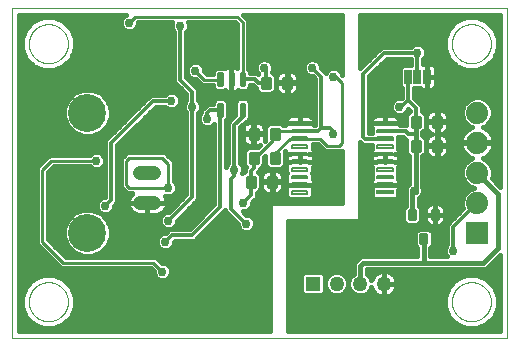
<source format=gtl>
G75*
%MOIN*%
%OFA0B0*%
%FSLAX25Y25*%
%IPPOS*%
%LPD*%
%AMOC8*
5,1,8,0,0,1.08239X$1,22.5*
%
%ADD10C,0.00000*%
%ADD11C,0.00974*%
%ADD12C,0.04724*%
%ADD13C,0.12661*%
%ADD14C,0.01744*%
%ADD15R,0.05000X0.05000*%
%ADD16C,0.05000*%
%ADD17R,0.07400X0.07400*%
%ADD18C,0.07400*%
%ADD19R,0.06000X0.01650*%
%ADD20C,0.00742*%
%ADD21R,0.02500X0.05000*%
%ADD22C,0.01395*%
%ADD23C,0.01600*%
%ADD24C,0.02975*%
%ADD25C,0.01000*%
%ADD26C,0.01200*%
D10*
X0089050Y0003800D02*
X0089050Y0113800D01*
X0254050Y0113800D01*
X0254050Y0003800D01*
X0089050Y0003800D01*
X0094550Y0015800D02*
X0094552Y0015961D01*
X0094558Y0016121D01*
X0094568Y0016282D01*
X0094582Y0016442D01*
X0094600Y0016602D01*
X0094621Y0016761D01*
X0094647Y0016920D01*
X0094677Y0017078D01*
X0094710Y0017235D01*
X0094748Y0017392D01*
X0094789Y0017547D01*
X0094834Y0017701D01*
X0094883Y0017854D01*
X0094936Y0018006D01*
X0094992Y0018157D01*
X0095053Y0018306D01*
X0095116Y0018454D01*
X0095184Y0018600D01*
X0095255Y0018744D01*
X0095329Y0018886D01*
X0095407Y0019027D01*
X0095489Y0019165D01*
X0095574Y0019302D01*
X0095662Y0019436D01*
X0095754Y0019568D01*
X0095849Y0019698D01*
X0095947Y0019826D01*
X0096048Y0019951D01*
X0096152Y0020073D01*
X0096259Y0020193D01*
X0096369Y0020310D01*
X0096482Y0020425D01*
X0096598Y0020536D01*
X0096717Y0020645D01*
X0096838Y0020750D01*
X0096962Y0020853D01*
X0097088Y0020953D01*
X0097216Y0021049D01*
X0097347Y0021142D01*
X0097481Y0021232D01*
X0097616Y0021319D01*
X0097754Y0021402D01*
X0097893Y0021482D01*
X0098035Y0021558D01*
X0098178Y0021631D01*
X0098323Y0021700D01*
X0098470Y0021766D01*
X0098618Y0021828D01*
X0098768Y0021886D01*
X0098919Y0021941D01*
X0099072Y0021992D01*
X0099226Y0022039D01*
X0099381Y0022082D01*
X0099537Y0022121D01*
X0099693Y0022157D01*
X0099851Y0022188D01*
X0100009Y0022216D01*
X0100168Y0022240D01*
X0100328Y0022260D01*
X0100488Y0022276D01*
X0100648Y0022288D01*
X0100809Y0022296D01*
X0100970Y0022300D01*
X0101130Y0022300D01*
X0101291Y0022296D01*
X0101452Y0022288D01*
X0101612Y0022276D01*
X0101772Y0022260D01*
X0101932Y0022240D01*
X0102091Y0022216D01*
X0102249Y0022188D01*
X0102407Y0022157D01*
X0102563Y0022121D01*
X0102719Y0022082D01*
X0102874Y0022039D01*
X0103028Y0021992D01*
X0103181Y0021941D01*
X0103332Y0021886D01*
X0103482Y0021828D01*
X0103630Y0021766D01*
X0103777Y0021700D01*
X0103922Y0021631D01*
X0104065Y0021558D01*
X0104207Y0021482D01*
X0104346Y0021402D01*
X0104484Y0021319D01*
X0104619Y0021232D01*
X0104753Y0021142D01*
X0104884Y0021049D01*
X0105012Y0020953D01*
X0105138Y0020853D01*
X0105262Y0020750D01*
X0105383Y0020645D01*
X0105502Y0020536D01*
X0105618Y0020425D01*
X0105731Y0020310D01*
X0105841Y0020193D01*
X0105948Y0020073D01*
X0106052Y0019951D01*
X0106153Y0019826D01*
X0106251Y0019698D01*
X0106346Y0019568D01*
X0106438Y0019436D01*
X0106526Y0019302D01*
X0106611Y0019165D01*
X0106693Y0019027D01*
X0106771Y0018886D01*
X0106845Y0018744D01*
X0106916Y0018600D01*
X0106984Y0018454D01*
X0107047Y0018306D01*
X0107108Y0018157D01*
X0107164Y0018006D01*
X0107217Y0017854D01*
X0107266Y0017701D01*
X0107311Y0017547D01*
X0107352Y0017392D01*
X0107390Y0017235D01*
X0107423Y0017078D01*
X0107453Y0016920D01*
X0107479Y0016761D01*
X0107500Y0016602D01*
X0107518Y0016442D01*
X0107532Y0016282D01*
X0107542Y0016121D01*
X0107548Y0015961D01*
X0107550Y0015800D01*
X0107548Y0015639D01*
X0107542Y0015479D01*
X0107532Y0015318D01*
X0107518Y0015158D01*
X0107500Y0014998D01*
X0107479Y0014839D01*
X0107453Y0014680D01*
X0107423Y0014522D01*
X0107390Y0014365D01*
X0107352Y0014208D01*
X0107311Y0014053D01*
X0107266Y0013899D01*
X0107217Y0013746D01*
X0107164Y0013594D01*
X0107108Y0013443D01*
X0107047Y0013294D01*
X0106984Y0013146D01*
X0106916Y0013000D01*
X0106845Y0012856D01*
X0106771Y0012714D01*
X0106693Y0012573D01*
X0106611Y0012435D01*
X0106526Y0012298D01*
X0106438Y0012164D01*
X0106346Y0012032D01*
X0106251Y0011902D01*
X0106153Y0011774D01*
X0106052Y0011649D01*
X0105948Y0011527D01*
X0105841Y0011407D01*
X0105731Y0011290D01*
X0105618Y0011175D01*
X0105502Y0011064D01*
X0105383Y0010955D01*
X0105262Y0010850D01*
X0105138Y0010747D01*
X0105012Y0010647D01*
X0104884Y0010551D01*
X0104753Y0010458D01*
X0104619Y0010368D01*
X0104484Y0010281D01*
X0104346Y0010198D01*
X0104207Y0010118D01*
X0104065Y0010042D01*
X0103922Y0009969D01*
X0103777Y0009900D01*
X0103630Y0009834D01*
X0103482Y0009772D01*
X0103332Y0009714D01*
X0103181Y0009659D01*
X0103028Y0009608D01*
X0102874Y0009561D01*
X0102719Y0009518D01*
X0102563Y0009479D01*
X0102407Y0009443D01*
X0102249Y0009412D01*
X0102091Y0009384D01*
X0101932Y0009360D01*
X0101772Y0009340D01*
X0101612Y0009324D01*
X0101452Y0009312D01*
X0101291Y0009304D01*
X0101130Y0009300D01*
X0100970Y0009300D01*
X0100809Y0009304D01*
X0100648Y0009312D01*
X0100488Y0009324D01*
X0100328Y0009340D01*
X0100168Y0009360D01*
X0100009Y0009384D01*
X0099851Y0009412D01*
X0099693Y0009443D01*
X0099537Y0009479D01*
X0099381Y0009518D01*
X0099226Y0009561D01*
X0099072Y0009608D01*
X0098919Y0009659D01*
X0098768Y0009714D01*
X0098618Y0009772D01*
X0098470Y0009834D01*
X0098323Y0009900D01*
X0098178Y0009969D01*
X0098035Y0010042D01*
X0097893Y0010118D01*
X0097754Y0010198D01*
X0097616Y0010281D01*
X0097481Y0010368D01*
X0097347Y0010458D01*
X0097216Y0010551D01*
X0097088Y0010647D01*
X0096962Y0010747D01*
X0096838Y0010850D01*
X0096717Y0010955D01*
X0096598Y0011064D01*
X0096482Y0011175D01*
X0096369Y0011290D01*
X0096259Y0011407D01*
X0096152Y0011527D01*
X0096048Y0011649D01*
X0095947Y0011774D01*
X0095849Y0011902D01*
X0095754Y0012032D01*
X0095662Y0012164D01*
X0095574Y0012298D01*
X0095489Y0012435D01*
X0095407Y0012573D01*
X0095329Y0012714D01*
X0095255Y0012856D01*
X0095184Y0013000D01*
X0095116Y0013146D01*
X0095053Y0013294D01*
X0094992Y0013443D01*
X0094936Y0013594D01*
X0094883Y0013746D01*
X0094834Y0013899D01*
X0094789Y0014053D01*
X0094748Y0014208D01*
X0094710Y0014365D01*
X0094677Y0014522D01*
X0094647Y0014680D01*
X0094621Y0014839D01*
X0094600Y0014998D01*
X0094582Y0015158D01*
X0094568Y0015318D01*
X0094558Y0015479D01*
X0094552Y0015639D01*
X0094550Y0015800D01*
X0235550Y0015800D02*
X0235552Y0015961D01*
X0235558Y0016121D01*
X0235568Y0016282D01*
X0235582Y0016442D01*
X0235600Y0016602D01*
X0235621Y0016761D01*
X0235647Y0016920D01*
X0235677Y0017078D01*
X0235710Y0017235D01*
X0235748Y0017392D01*
X0235789Y0017547D01*
X0235834Y0017701D01*
X0235883Y0017854D01*
X0235936Y0018006D01*
X0235992Y0018157D01*
X0236053Y0018306D01*
X0236116Y0018454D01*
X0236184Y0018600D01*
X0236255Y0018744D01*
X0236329Y0018886D01*
X0236407Y0019027D01*
X0236489Y0019165D01*
X0236574Y0019302D01*
X0236662Y0019436D01*
X0236754Y0019568D01*
X0236849Y0019698D01*
X0236947Y0019826D01*
X0237048Y0019951D01*
X0237152Y0020073D01*
X0237259Y0020193D01*
X0237369Y0020310D01*
X0237482Y0020425D01*
X0237598Y0020536D01*
X0237717Y0020645D01*
X0237838Y0020750D01*
X0237962Y0020853D01*
X0238088Y0020953D01*
X0238216Y0021049D01*
X0238347Y0021142D01*
X0238481Y0021232D01*
X0238616Y0021319D01*
X0238754Y0021402D01*
X0238893Y0021482D01*
X0239035Y0021558D01*
X0239178Y0021631D01*
X0239323Y0021700D01*
X0239470Y0021766D01*
X0239618Y0021828D01*
X0239768Y0021886D01*
X0239919Y0021941D01*
X0240072Y0021992D01*
X0240226Y0022039D01*
X0240381Y0022082D01*
X0240537Y0022121D01*
X0240693Y0022157D01*
X0240851Y0022188D01*
X0241009Y0022216D01*
X0241168Y0022240D01*
X0241328Y0022260D01*
X0241488Y0022276D01*
X0241648Y0022288D01*
X0241809Y0022296D01*
X0241970Y0022300D01*
X0242130Y0022300D01*
X0242291Y0022296D01*
X0242452Y0022288D01*
X0242612Y0022276D01*
X0242772Y0022260D01*
X0242932Y0022240D01*
X0243091Y0022216D01*
X0243249Y0022188D01*
X0243407Y0022157D01*
X0243563Y0022121D01*
X0243719Y0022082D01*
X0243874Y0022039D01*
X0244028Y0021992D01*
X0244181Y0021941D01*
X0244332Y0021886D01*
X0244482Y0021828D01*
X0244630Y0021766D01*
X0244777Y0021700D01*
X0244922Y0021631D01*
X0245065Y0021558D01*
X0245207Y0021482D01*
X0245346Y0021402D01*
X0245484Y0021319D01*
X0245619Y0021232D01*
X0245753Y0021142D01*
X0245884Y0021049D01*
X0246012Y0020953D01*
X0246138Y0020853D01*
X0246262Y0020750D01*
X0246383Y0020645D01*
X0246502Y0020536D01*
X0246618Y0020425D01*
X0246731Y0020310D01*
X0246841Y0020193D01*
X0246948Y0020073D01*
X0247052Y0019951D01*
X0247153Y0019826D01*
X0247251Y0019698D01*
X0247346Y0019568D01*
X0247438Y0019436D01*
X0247526Y0019302D01*
X0247611Y0019165D01*
X0247693Y0019027D01*
X0247771Y0018886D01*
X0247845Y0018744D01*
X0247916Y0018600D01*
X0247984Y0018454D01*
X0248047Y0018306D01*
X0248108Y0018157D01*
X0248164Y0018006D01*
X0248217Y0017854D01*
X0248266Y0017701D01*
X0248311Y0017547D01*
X0248352Y0017392D01*
X0248390Y0017235D01*
X0248423Y0017078D01*
X0248453Y0016920D01*
X0248479Y0016761D01*
X0248500Y0016602D01*
X0248518Y0016442D01*
X0248532Y0016282D01*
X0248542Y0016121D01*
X0248548Y0015961D01*
X0248550Y0015800D01*
X0248548Y0015639D01*
X0248542Y0015479D01*
X0248532Y0015318D01*
X0248518Y0015158D01*
X0248500Y0014998D01*
X0248479Y0014839D01*
X0248453Y0014680D01*
X0248423Y0014522D01*
X0248390Y0014365D01*
X0248352Y0014208D01*
X0248311Y0014053D01*
X0248266Y0013899D01*
X0248217Y0013746D01*
X0248164Y0013594D01*
X0248108Y0013443D01*
X0248047Y0013294D01*
X0247984Y0013146D01*
X0247916Y0013000D01*
X0247845Y0012856D01*
X0247771Y0012714D01*
X0247693Y0012573D01*
X0247611Y0012435D01*
X0247526Y0012298D01*
X0247438Y0012164D01*
X0247346Y0012032D01*
X0247251Y0011902D01*
X0247153Y0011774D01*
X0247052Y0011649D01*
X0246948Y0011527D01*
X0246841Y0011407D01*
X0246731Y0011290D01*
X0246618Y0011175D01*
X0246502Y0011064D01*
X0246383Y0010955D01*
X0246262Y0010850D01*
X0246138Y0010747D01*
X0246012Y0010647D01*
X0245884Y0010551D01*
X0245753Y0010458D01*
X0245619Y0010368D01*
X0245484Y0010281D01*
X0245346Y0010198D01*
X0245207Y0010118D01*
X0245065Y0010042D01*
X0244922Y0009969D01*
X0244777Y0009900D01*
X0244630Y0009834D01*
X0244482Y0009772D01*
X0244332Y0009714D01*
X0244181Y0009659D01*
X0244028Y0009608D01*
X0243874Y0009561D01*
X0243719Y0009518D01*
X0243563Y0009479D01*
X0243407Y0009443D01*
X0243249Y0009412D01*
X0243091Y0009384D01*
X0242932Y0009360D01*
X0242772Y0009340D01*
X0242612Y0009324D01*
X0242452Y0009312D01*
X0242291Y0009304D01*
X0242130Y0009300D01*
X0241970Y0009300D01*
X0241809Y0009304D01*
X0241648Y0009312D01*
X0241488Y0009324D01*
X0241328Y0009340D01*
X0241168Y0009360D01*
X0241009Y0009384D01*
X0240851Y0009412D01*
X0240693Y0009443D01*
X0240537Y0009479D01*
X0240381Y0009518D01*
X0240226Y0009561D01*
X0240072Y0009608D01*
X0239919Y0009659D01*
X0239768Y0009714D01*
X0239618Y0009772D01*
X0239470Y0009834D01*
X0239323Y0009900D01*
X0239178Y0009969D01*
X0239035Y0010042D01*
X0238893Y0010118D01*
X0238754Y0010198D01*
X0238616Y0010281D01*
X0238481Y0010368D01*
X0238347Y0010458D01*
X0238216Y0010551D01*
X0238088Y0010647D01*
X0237962Y0010747D01*
X0237838Y0010850D01*
X0237717Y0010955D01*
X0237598Y0011064D01*
X0237482Y0011175D01*
X0237369Y0011290D01*
X0237259Y0011407D01*
X0237152Y0011527D01*
X0237048Y0011649D01*
X0236947Y0011774D01*
X0236849Y0011902D01*
X0236754Y0012032D01*
X0236662Y0012164D01*
X0236574Y0012298D01*
X0236489Y0012435D01*
X0236407Y0012573D01*
X0236329Y0012714D01*
X0236255Y0012856D01*
X0236184Y0013000D01*
X0236116Y0013146D01*
X0236053Y0013294D01*
X0235992Y0013443D01*
X0235936Y0013594D01*
X0235883Y0013746D01*
X0235834Y0013899D01*
X0235789Y0014053D01*
X0235748Y0014208D01*
X0235710Y0014365D01*
X0235677Y0014522D01*
X0235647Y0014680D01*
X0235621Y0014839D01*
X0235600Y0014998D01*
X0235582Y0015158D01*
X0235568Y0015318D01*
X0235558Y0015479D01*
X0235552Y0015639D01*
X0235550Y0015800D01*
X0235550Y0101800D02*
X0235552Y0101961D01*
X0235558Y0102121D01*
X0235568Y0102282D01*
X0235582Y0102442D01*
X0235600Y0102602D01*
X0235621Y0102761D01*
X0235647Y0102920D01*
X0235677Y0103078D01*
X0235710Y0103235D01*
X0235748Y0103392D01*
X0235789Y0103547D01*
X0235834Y0103701D01*
X0235883Y0103854D01*
X0235936Y0104006D01*
X0235992Y0104157D01*
X0236053Y0104306D01*
X0236116Y0104454D01*
X0236184Y0104600D01*
X0236255Y0104744D01*
X0236329Y0104886D01*
X0236407Y0105027D01*
X0236489Y0105165D01*
X0236574Y0105302D01*
X0236662Y0105436D01*
X0236754Y0105568D01*
X0236849Y0105698D01*
X0236947Y0105826D01*
X0237048Y0105951D01*
X0237152Y0106073D01*
X0237259Y0106193D01*
X0237369Y0106310D01*
X0237482Y0106425D01*
X0237598Y0106536D01*
X0237717Y0106645D01*
X0237838Y0106750D01*
X0237962Y0106853D01*
X0238088Y0106953D01*
X0238216Y0107049D01*
X0238347Y0107142D01*
X0238481Y0107232D01*
X0238616Y0107319D01*
X0238754Y0107402D01*
X0238893Y0107482D01*
X0239035Y0107558D01*
X0239178Y0107631D01*
X0239323Y0107700D01*
X0239470Y0107766D01*
X0239618Y0107828D01*
X0239768Y0107886D01*
X0239919Y0107941D01*
X0240072Y0107992D01*
X0240226Y0108039D01*
X0240381Y0108082D01*
X0240537Y0108121D01*
X0240693Y0108157D01*
X0240851Y0108188D01*
X0241009Y0108216D01*
X0241168Y0108240D01*
X0241328Y0108260D01*
X0241488Y0108276D01*
X0241648Y0108288D01*
X0241809Y0108296D01*
X0241970Y0108300D01*
X0242130Y0108300D01*
X0242291Y0108296D01*
X0242452Y0108288D01*
X0242612Y0108276D01*
X0242772Y0108260D01*
X0242932Y0108240D01*
X0243091Y0108216D01*
X0243249Y0108188D01*
X0243407Y0108157D01*
X0243563Y0108121D01*
X0243719Y0108082D01*
X0243874Y0108039D01*
X0244028Y0107992D01*
X0244181Y0107941D01*
X0244332Y0107886D01*
X0244482Y0107828D01*
X0244630Y0107766D01*
X0244777Y0107700D01*
X0244922Y0107631D01*
X0245065Y0107558D01*
X0245207Y0107482D01*
X0245346Y0107402D01*
X0245484Y0107319D01*
X0245619Y0107232D01*
X0245753Y0107142D01*
X0245884Y0107049D01*
X0246012Y0106953D01*
X0246138Y0106853D01*
X0246262Y0106750D01*
X0246383Y0106645D01*
X0246502Y0106536D01*
X0246618Y0106425D01*
X0246731Y0106310D01*
X0246841Y0106193D01*
X0246948Y0106073D01*
X0247052Y0105951D01*
X0247153Y0105826D01*
X0247251Y0105698D01*
X0247346Y0105568D01*
X0247438Y0105436D01*
X0247526Y0105302D01*
X0247611Y0105165D01*
X0247693Y0105027D01*
X0247771Y0104886D01*
X0247845Y0104744D01*
X0247916Y0104600D01*
X0247984Y0104454D01*
X0248047Y0104306D01*
X0248108Y0104157D01*
X0248164Y0104006D01*
X0248217Y0103854D01*
X0248266Y0103701D01*
X0248311Y0103547D01*
X0248352Y0103392D01*
X0248390Y0103235D01*
X0248423Y0103078D01*
X0248453Y0102920D01*
X0248479Y0102761D01*
X0248500Y0102602D01*
X0248518Y0102442D01*
X0248532Y0102282D01*
X0248542Y0102121D01*
X0248548Y0101961D01*
X0248550Y0101800D01*
X0248548Y0101639D01*
X0248542Y0101479D01*
X0248532Y0101318D01*
X0248518Y0101158D01*
X0248500Y0100998D01*
X0248479Y0100839D01*
X0248453Y0100680D01*
X0248423Y0100522D01*
X0248390Y0100365D01*
X0248352Y0100208D01*
X0248311Y0100053D01*
X0248266Y0099899D01*
X0248217Y0099746D01*
X0248164Y0099594D01*
X0248108Y0099443D01*
X0248047Y0099294D01*
X0247984Y0099146D01*
X0247916Y0099000D01*
X0247845Y0098856D01*
X0247771Y0098714D01*
X0247693Y0098573D01*
X0247611Y0098435D01*
X0247526Y0098298D01*
X0247438Y0098164D01*
X0247346Y0098032D01*
X0247251Y0097902D01*
X0247153Y0097774D01*
X0247052Y0097649D01*
X0246948Y0097527D01*
X0246841Y0097407D01*
X0246731Y0097290D01*
X0246618Y0097175D01*
X0246502Y0097064D01*
X0246383Y0096955D01*
X0246262Y0096850D01*
X0246138Y0096747D01*
X0246012Y0096647D01*
X0245884Y0096551D01*
X0245753Y0096458D01*
X0245619Y0096368D01*
X0245484Y0096281D01*
X0245346Y0096198D01*
X0245207Y0096118D01*
X0245065Y0096042D01*
X0244922Y0095969D01*
X0244777Y0095900D01*
X0244630Y0095834D01*
X0244482Y0095772D01*
X0244332Y0095714D01*
X0244181Y0095659D01*
X0244028Y0095608D01*
X0243874Y0095561D01*
X0243719Y0095518D01*
X0243563Y0095479D01*
X0243407Y0095443D01*
X0243249Y0095412D01*
X0243091Y0095384D01*
X0242932Y0095360D01*
X0242772Y0095340D01*
X0242612Y0095324D01*
X0242452Y0095312D01*
X0242291Y0095304D01*
X0242130Y0095300D01*
X0241970Y0095300D01*
X0241809Y0095304D01*
X0241648Y0095312D01*
X0241488Y0095324D01*
X0241328Y0095340D01*
X0241168Y0095360D01*
X0241009Y0095384D01*
X0240851Y0095412D01*
X0240693Y0095443D01*
X0240537Y0095479D01*
X0240381Y0095518D01*
X0240226Y0095561D01*
X0240072Y0095608D01*
X0239919Y0095659D01*
X0239768Y0095714D01*
X0239618Y0095772D01*
X0239470Y0095834D01*
X0239323Y0095900D01*
X0239178Y0095969D01*
X0239035Y0096042D01*
X0238893Y0096118D01*
X0238754Y0096198D01*
X0238616Y0096281D01*
X0238481Y0096368D01*
X0238347Y0096458D01*
X0238216Y0096551D01*
X0238088Y0096647D01*
X0237962Y0096747D01*
X0237838Y0096850D01*
X0237717Y0096955D01*
X0237598Y0097064D01*
X0237482Y0097175D01*
X0237369Y0097290D01*
X0237259Y0097407D01*
X0237152Y0097527D01*
X0237048Y0097649D01*
X0236947Y0097774D01*
X0236849Y0097902D01*
X0236754Y0098032D01*
X0236662Y0098164D01*
X0236574Y0098298D01*
X0236489Y0098435D01*
X0236407Y0098573D01*
X0236329Y0098714D01*
X0236255Y0098856D01*
X0236184Y0099000D01*
X0236116Y0099146D01*
X0236053Y0099294D01*
X0235992Y0099443D01*
X0235936Y0099594D01*
X0235883Y0099746D01*
X0235834Y0099899D01*
X0235789Y0100053D01*
X0235748Y0100208D01*
X0235710Y0100365D01*
X0235677Y0100522D01*
X0235647Y0100680D01*
X0235621Y0100839D01*
X0235600Y0100998D01*
X0235582Y0101158D01*
X0235568Y0101318D01*
X0235558Y0101479D01*
X0235552Y0101639D01*
X0235550Y0101800D01*
X0094550Y0101800D02*
X0094552Y0101961D01*
X0094558Y0102121D01*
X0094568Y0102282D01*
X0094582Y0102442D01*
X0094600Y0102602D01*
X0094621Y0102761D01*
X0094647Y0102920D01*
X0094677Y0103078D01*
X0094710Y0103235D01*
X0094748Y0103392D01*
X0094789Y0103547D01*
X0094834Y0103701D01*
X0094883Y0103854D01*
X0094936Y0104006D01*
X0094992Y0104157D01*
X0095053Y0104306D01*
X0095116Y0104454D01*
X0095184Y0104600D01*
X0095255Y0104744D01*
X0095329Y0104886D01*
X0095407Y0105027D01*
X0095489Y0105165D01*
X0095574Y0105302D01*
X0095662Y0105436D01*
X0095754Y0105568D01*
X0095849Y0105698D01*
X0095947Y0105826D01*
X0096048Y0105951D01*
X0096152Y0106073D01*
X0096259Y0106193D01*
X0096369Y0106310D01*
X0096482Y0106425D01*
X0096598Y0106536D01*
X0096717Y0106645D01*
X0096838Y0106750D01*
X0096962Y0106853D01*
X0097088Y0106953D01*
X0097216Y0107049D01*
X0097347Y0107142D01*
X0097481Y0107232D01*
X0097616Y0107319D01*
X0097754Y0107402D01*
X0097893Y0107482D01*
X0098035Y0107558D01*
X0098178Y0107631D01*
X0098323Y0107700D01*
X0098470Y0107766D01*
X0098618Y0107828D01*
X0098768Y0107886D01*
X0098919Y0107941D01*
X0099072Y0107992D01*
X0099226Y0108039D01*
X0099381Y0108082D01*
X0099537Y0108121D01*
X0099693Y0108157D01*
X0099851Y0108188D01*
X0100009Y0108216D01*
X0100168Y0108240D01*
X0100328Y0108260D01*
X0100488Y0108276D01*
X0100648Y0108288D01*
X0100809Y0108296D01*
X0100970Y0108300D01*
X0101130Y0108300D01*
X0101291Y0108296D01*
X0101452Y0108288D01*
X0101612Y0108276D01*
X0101772Y0108260D01*
X0101932Y0108240D01*
X0102091Y0108216D01*
X0102249Y0108188D01*
X0102407Y0108157D01*
X0102563Y0108121D01*
X0102719Y0108082D01*
X0102874Y0108039D01*
X0103028Y0107992D01*
X0103181Y0107941D01*
X0103332Y0107886D01*
X0103482Y0107828D01*
X0103630Y0107766D01*
X0103777Y0107700D01*
X0103922Y0107631D01*
X0104065Y0107558D01*
X0104207Y0107482D01*
X0104346Y0107402D01*
X0104484Y0107319D01*
X0104619Y0107232D01*
X0104753Y0107142D01*
X0104884Y0107049D01*
X0105012Y0106953D01*
X0105138Y0106853D01*
X0105262Y0106750D01*
X0105383Y0106645D01*
X0105502Y0106536D01*
X0105618Y0106425D01*
X0105731Y0106310D01*
X0105841Y0106193D01*
X0105948Y0106073D01*
X0106052Y0105951D01*
X0106153Y0105826D01*
X0106251Y0105698D01*
X0106346Y0105568D01*
X0106438Y0105436D01*
X0106526Y0105302D01*
X0106611Y0105165D01*
X0106693Y0105027D01*
X0106771Y0104886D01*
X0106845Y0104744D01*
X0106916Y0104600D01*
X0106984Y0104454D01*
X0107047Y0104306D01*
X0107108Y0104157D01*
X0107164Y0104006D01*
X0107217Y0103854D01*
X0107266Y0103701D01*
X0107311Y0103547D01*
X0107352Y0103392D01*
X0107390Y0103235D01*
X0107423Y0103078D01*
X0107453Y0102920D01*
X0107479Y0102761D01*
X0107500Y0102602D01*
X0107518Y0102442D01*
X0107532Y0102282D01*
X0107542Y0102121D01*
X0107548Y0101961D01*
X0107550Y0101800D01*
X0107548Y0101639D01*
X0107542Y0101479D01*
X0107532Y0101318D01*
X0107518Y0101158D01*
X0107500Y0100998D01*
X0107479Y0100839D01*
X0107453Y0100680D01*
X0107423Y0100522D01*
X0107390Y0100365D01*
X0107352Y0100208D01*
X0107311Y0100053D01*
X0107266Y0099899D01*
X0107217Y0099746D01*
X0107164Y0099594D01*
X0107108Y0099443D01*
X0107047Y0099294D01*
X0106984Y0099146D01*
X0106916Y0099000D01*
X0106845Y0098856D01*
X0106771Y0098714D01*
X0106693Y0098573D01*
X0106611Y0098435D01*
X0106526Y0098298D01*
X0106438Y0098164D01*
X0106346Y0098032D01*
X0106251Y0097902D01*
X0106153Y0097774D01*
X0106052Y0097649D01*
X0105948Y0097527D01*
X0105841Y0097407D01*
X0105731Y0097290D01*
X0105618Y0097175D01*
X0105502Y0097064D01*
X0105383Y0096955D01*
X0105262Y0096850D01*
X0105138Y0096747D01*
X0105012Y0096647D01*
X0104884Y0096551D01*
X0104753Y0096458D01*
X0104619Y0096368D01*
X0104484Y0096281D01*
X0104346Y0096198D01*
X0104207Y0096118D01*
X0104065Y0096042D01*
X0103922Y0095969D01*
X0103777Y0095900D01*
X0103630Y0095834D01*
X0103482Y0095772D01*
X0103332Y0095714D01*
X0103181Y0095659D01*
X0103028Y0095608D01*
X0102874Y0095561D01*
X0102719Y0095518D01*
X0102563Y0095479D01*
X0102407Y0095443D01*
X0102249Y0095412D01*
X0102091Y0095384D01*
X0101932Y0095360D01*
X0101772Y0095340D01*
X0101612Y0095324D01*
X0101452Y0095312D01*
X0101291Y0095304D01*
X0101130Y0095300D01*
X0100970Y0095300D01*
X0100809Y0095304D01*
X0100648Y0095312D01*
X0100488Y0095324D01*
X0100328Y0095340D01*
X0100168Y0095360D01*
X0100009Y0095384D01*
X0099851Y0095412D01*
X0099693Y0095443D01*
X0099537Y0095479D01*
X0099381Y0095518D01*
X0099226Y0095561D01*
X0099072Y0095608D01*
X0098919Y0095659D01*
X0098768Y0095714D01*
X0098618Y0095772D01*
X0098470Y0095834D01*
X0098323Y0095900D01*
X0098178Y0095969D01*
X0098035Y0096042D01*
X0097893Y0096118D01*
X0097754Y0096198D01*
X0097616Y0096281D01*
X0097481Y0096368D01*
X0097347Y0096458D01*
X0097216Y0096551D01*
X0097088Y0096647D01*
X0096962Y0096747D01*
X0096838Y0096850D01*
X0096717Y0096955D01*
X0096598Y0097064D01*
X0096482Y0097175D01*
X0096369Y0097290D01*
X0096259Y0097407D01*
X0096152Y0097527D01*
X0096048Y0097649D01*
X0095947Y0097774D01*
X0095849Y0097902D01*
X0095754Y0098032D01*
X0095662Y0098164D01*
X0095574Y0098298D01*
X0095489Y0098435D01*
X0095407Y0098573D01*
X0095329Y0098714D01*
X0095255Y0098856D01*
X0095184Y0099000D01*
X0095116Y0099146D01*
X0095053Y0099294D01*
X0094992Y0099443D01*
X0094936Y0099594D01*
X0094883Y0099746D01*
X0094834Y0099899D01*
X0094789Y0100053D01*
X0094748Y0100208D01*
X0094710Y0100365D01*
X0094677Y0100522D01*
X0094647Y0100680D01*
X0094621Y0100839D01*
X0094600Y0100998D01*
X0094582Y0101158D01*
X0094568Y0101318D01*
X0094558Y0101479D01*
X0094552Y0101639D01*
X0094550Y0101800D01*
D11*
X0157715Y0091931D02*
X0158905Y0091931D01*
X0158905Y0087905D01*
X0157715Y0087905D01*
X0157715Y0091931D01*
X0157715Y0088878D02*
X0158905Y0088878D01*
X0158905Y0089851D02*
X0157715Y0089851D01*
X0157715Y0090824D02*
X0158905Y0090824D01*
X0158905Y0091797D02*
X0157715Y0091797D01*
X0161455Y0091931D02*
X0162645Y0091931D01*
X0162645Y0087905D01*
X0161455Y0087905D01*
X0161455Y0091931D01*
X0161455Y0088878D02*
X0162645Y0088878D01*
X0162645Y0089851D02*
X0161455Y0089851D01*
X0161455Y0090824D02*
X0162645Y0090824D01*
X0162645Y0091797D02*
X0161455Y0091797D01*
X0165195Y0091931D02*
X0166385Y0091931D01*
X0166385Y0087905D01*
X0165195Y0087905D01*
X0165195Y0091931D01*
X0165195Y0088878D02*
X0166385Y0088878D01*
X0166385Y0089851D02*
X0165195Y0089851D01*
X0165195Y0090824D02*
X0166385Y0090824D01*
X0166385Y0091797D02*
X0165195Y0091797D01*
X0165195Y0081695D02*
X0166385Y0081695D01*
X0166385Y0077669D01*
X0165195Y0077669D01*
X0165195Y0081695D01*
X0165195Y0078642D02*
X0166385Y0078642D01*
X0166385Y0079615D02*
X0165195Y0079615D01*
X0165195Y0080588D02*
X0166385Y0080588D01*
X0166385Y0081561D02*
X0165195Y0081561D01*
X0158905Y0081695D02*
X0157715Y0081695D01*
X0158905Y0081695D02*
X0158905Y0077669D01*
X0157715Y0077669D01*
X0157715Y0081695D01*
X0157715Y0078642D02*
X0158905Y0078642D01*
X0158905Y0079615D02*
X0157715Y0079615D01*
X0157715Y0080588D02*
X0158905Y0080588D01*
X0158905Y0081561D02*
X0157715Y0081561D01*
D12*
X0136412Y0058800D02*
X0131688Y0058800D01*
X0131688Y0048800D02*
X0136412Y0048800D01*
D13*
X0114050Y0038800D03*
X0114050Y0078800D03*
D14*
X0168442Y0073178D02*
X0170572Y0073178D01*
X0170572Y0070422D01*
X0168442Y0070422D01*
X0168442Y0073178D01*
X0168442Y0072165D02*
X0170572Y0072165D01*
X0175528Y0073178D02*
X0177658Y0073178D01*
X0177658Y0070422D01*
X0175528Y0070422D01*
X0175528Y0073178D01*
X0175528Y0072165D02*
X0177658Y0072165D01*
X0177658Y0065178D02*
X0175528Y0065178D01*
X0177658Y0065178D02*
X0177658Y0062422D01*
X0175528Y0062422D01*
X0175528Y0065178D01*
X0175528Y0064165D02*
X0177658Y0064165D01*
X0170572Y0065178D02*
X0168442Y0065178D01*
X0170572Y0065178D02*
X0170572Y0062422D01*
X0168442Y0062422D01*
X0168442Y0065178D01*
X0168442Y0064165D02*
X0170572Y0064165D01*
X0169572Y0054422D02*
X0167442Y0054422D01*
X0167442Y0057178D01*
X0169572Y0057178D01*
X0169572Y0054422D01*
X0169572Y0056165D02*
X0167442Y0056165D01*
X0174528Y0054422D02*
X0176658Y0054422D01*
X0174528Y0054422D02*
X0174528Y0057178D01*
X0176658Y0057178D01*
X0176658Y0054422D01*
X0176658Y0056165D02*
X0174528Y0056165D01*
X0222442Y0066422D02*
X0224572Y0066422D01*
X0222442Y0066422D02*
X0222442Y0069178D01*
X0224572Y0069178D01*
X0224572Y0066422D01*
X0224572Y0068165D02*
X0222442Y0068165D01*
X0229528Y0066422D02*
X0231658Y0066422D01*
X0229528Y0066422D02*
X0229528Y0069178D01*
X0231658Y0069178D01*
X0231658Y0066422D01*
X0231658Y0068165D02*
X0229528Y0068165D01*
X0229528Y0074422D02*
X0231658Y0074422D01*
X0229528Y0074422D02*
X0229528Y0077178D01*
X0231658Y0077178D01*
X0231658Y0074422D01*
X0231658Y0076165D02*
X0229528Y0076165D01*
X0224572Y0074422D02*
X0222442Y0074422D01*
X0222442Y0077178D01*
X0224572Y0077178D01*
X0224572Y0074422D01*
X0224572Y0076165D02*
X0222442Y0076165D01*
X0181658Y0090178D02*
X0179528Y0090178D01*
X0181658Y0090178D02*
X0181658Y0087422D01*
X0179528Y0087422D01*
X0179528Y0090178D01*
X0179528Y0089165D02*
X0181658Y0089165D01*
X0174572Y0090178D02*
X0172442Y0090178D01*
X0174572Y0090178D02*
X0174572Y0087422D01*
X0172442Y0087422D01*
X0172442Y0090178D01*
X0172442Y0089165D02*
X0174572Y0089165D01*
D15*
X0189239Y0021800D03*
D16*
X0197113Y0021800D03*
X0204987Y0021800D03*
X0212861Y0021800D03*
D17*
X0244050Y0038800D03*
D18*
X0244050Y0048800D03*
X0244050Y0058800D03*
X0244050Y0068800D03*
X0244050Y0078800D03*
D19*
X0213322Y0052284D03*
D20*
X0215951Y0054389D02*
X0215951Y0055297D01*
X0215951Y0054389D02*
X0210693Y0054389D01*
X0210693Y0055297D01*
X0215951Y0055297D01*
X0215951Y0055130D02*
X0210693Y0055130D01*
X0215951Y0056948D02*
X0215951Y0057856D01*
X0215951Y0056948D02*
X0210693Y0056948D01*
X0210693Y0057856D01*
X0215951Y0057856D01*
X0215951Y0057689D02*
X0210693Y0057689D01*
X0215951Y0059507D02*
X0215951Y0060415D01*
X0215951Y0059507D02*
X0210693Y0059507D01*
X0210693Y0060415D01*
X0215951Y0060415D01*
X0215951Y0060248D02*
X0210693Y0060248D01*
X0215951Y0062066D02*
X0215951Y0062974D01*
X0215951Y0062066D02*
X0210693Y0062066D01*
X0210693Y0062974D01*
X0215951Y0062974D01*
X0215951Y0062807D02*
X0210693Y0062807D01*
X0215951Y0064626D02*
X0215951Y0065534D01*
X0215951Y0064626D02*
X0210693Y0064626D01*
X0210693Y0065534D01*
X0215951Y0065534D01*
X0215951Y0065367D02*
X0210693Y0065367D01*
X0215951Y0067185D02*
X0215951Y0068093D01*
X0215951Y0067185D02*
X0210693Y0067185D01*
X0210693Y0068093D01*
X0215951Y0068093D01*
X0215951Y0067926D02*
X0210693Y0067926D01*
X0215951Y0069744D02*
X0215951Y0070652D01*
X0215951Y0069744D02*
X0210693Y0069744D01*
X0210693Y0070652D01*
X0215951Y0070652D01*
X0215951Y0070485D02*
X0210693Y0070485D01*
X0215951Y0072303D02*
X0215951Y0073211D01*
X0215951Y0072303D02*
X0210693Y0072303D01*
X0210693Y0073211D01*
X0215951Y0073211D01*
X0215951Y0073044D02*
X0210693Y0073044D01*
X0215951Y0074862D02*
X0215951Y0075770D01*
X0215951Y0074862D02*
X0210693Y0074862D01*
X0210693Y0075770D01*
X0215951Y0075770D01*
X0215951Y0075603D02*
X0210693Y0075603D01*
X0187407Y0075770D02*
X0187407Y0074862D01*
X0182149Y0074862D01*
X0182149Y0075770D01*
X0187407Y0075770D01*
X0187407Y0075603D02*
X0182149Y0075603D01*
X0187407Y0073211D02*
X0187407Y0072303D01*
X0182149Y0072303D01*
X0182149Y0073211D01*
X0187407Y0073211D01*
X0187407Y0073044D02*
X0182149Y0073044D01*
X0187407Y0070652D02*
X0187407Y0069744D01*
X0182149Y0069744D01*
X0182149Y0070652D01*
X0187407Y0070652D01*
X0187407Y0070485D02*
X0182149Y0070485D01*
X0187407Y0068093D02*
X0187407Y0067185D01*
X0182149Y0067185D01*
X0182149Y0068093D01*
X0187407Y0068093D01*
X0187407Y0067926D02*
X0182149Y0067926D01*
X0187407Y0065534D02*
X0187407Y0064626D01*
X0182149Y0064626D01*
X0182149Y0065534D01*
X0187407Y0065534D01*
X0187407Y0065367D02*
X0182149Y0065367D01*
X0187407Y0062974D02*
X0187407Y0062066D01*
X0182149Y0062066D01*
X0182149Y0062974D01*
X0187407Y0062974D01*
X0187407Y0062807D02*
X0182149Y0062807D01*
X0187407Y0060415D02*
X0187407Y0059507D01*
X0182149Y0059507D01*
X0182149Y0060415D01*
X0187407Y0060415D01*
X0187407Y0060248D02*
X0182149Y0060248D01*
X0187407Y0057856D02*
X0187407Y0056948D01*
X0182149Y0056948D01*
X0182149Y0057856D01*
X0187407Y0057856D01*
X0187407Y0057689D02*
X0182149Y0057689D01*
X0187407Y0055297D02*
X0187407Y0054389D01*
X0182149Y0054389D01*
X0182149Y0055297D01*
X0187407Y0055297D01*
X0187407Y0055130D02*
X0182149Y0055130D01*
X0187407Y0052738D02*
X0187407Y0051830D01*
X0182149Y0051830D01*
X0182149Y0052738D01*
X0187407Y0052738D01*
X0187407Y0052571D02*
X0182149Y0052571D01*
D21*
X0220850Y0090800D03*
X0224050Y0090800D03*
X0227250Y0090800D03*
D22*
X0229097Y0043497D02*
X0230803Y0043497D01*
X0229097Y0043497D02*
X0229097Y0046103D01*
X0230803Y0046103D01*
X0230803Y0043497D01*
X0230803Y0044891D02*
X0229097Y0044891D01*
X0223203Y0043497D02*
X0221497Y0043497D01*
X0221497Y0046103D01*
X0223203Y0046103D01*
X0223203Y0043497D01*
X0223203Y0044891D02*
X0221497Y0044891D01*
X0225297Y0035497D02*
X0227003Y0035497D01*
X0225297Y0035497D02*
X0225297Y0038103D01*
X0227003Y0038103D01*
X0227003Y0035497D01*
X0227003Y0036891D02*
X0225297Y0036891D01*
D23*
X0226150Y0036800D02*
X0226150Y0028900D01*
X0226050Y0028800D01*
X0246050Y0028800D01*
X0251050Y0033800D01*
X0251050Y0051800D01*
X0244050Y0058800D01*
X0248865Y0057097D02*
X0249150Y0057786D01*
X0249150Y0059814D01*
X0248374Y0061689D01*
X0246939Y0063124D01*
X0245813Y0063590D01*
X0246161Y0063703D01*
X0246933Y0064096D01*
X0247633Y0064605D01*
X0248245Y0065217D01*
X0248754Y0065917D01*
X0249147Y0066689D01*
X0249415Y0067512D01*
X0249550Y0068367D01*
X0249550Y0068600D01*
X0244250Y0068600D01*
X0244250Y0069000D01*
X0249550Y0069000D01*
X0249550Y0069233D01*
X0249415Y0070088D01*
X0249147Y0070911D01*
X0248754Y0071683D01*
X0248245Y0072383D01*
X0247633Y0072995D01*
X0246933Y0073504D01*
X0246161Y0073897D01*
X0245813Y0074010D01*
X0246939Y0074476D01*
X0248374Y0075911D01*
X0249150Y0077786D01*
X0249150Y0079814D01*
X0248374Y0081689D01*
X0246939Y0083124D01*
X0245064Y0083900D01*
X0243036Y0083900D01*
X0241161Y0083124D01*
X0239726Y0081689D01*
X0238950Y0079814D01*
X0238950Y0077786D01*
X0239726Y0075911D01*
X0241161Y0074476D01*
X0242287Y0074010D01*
X0241939Y0073897D01*
X0241167Y0073504D01*
X0240467Y0072995D01*
X0239855Y0072383D01*
X0239346Y0071683D01*
X0238953Y0070911D01*
X0238685Y0070088D01*
X0238550Y0069233D01*
X0238550Y0069000D01*
X0243850Y0069000D01*
X0243850Y0068600D01*
X0238550Y0068600D01*
X0238550Y0068367D01*
X0238685Y0067512D01*
X0238953Y0066689D01*
X0239346Y0065917D01*
X0239855Y0065217D01*
X0240467Y0064605D01*
X0241167Y0064096D01*
X0241939Y0063703D01*
X0242287Y0063590D01*
X0241161Y0063124D01*
X0239726Y0061689D01*
X0238950Y0059814D01*
X0238950Y0057786D01*
X0239726Y0055911D01*
X0241161Y0054476D01*
X0242794Y0053800D01*
X0241161Y0053124D01*
X0239726Y0051689D01*
X0238950Y0049814D01*
X0238950Y0047786D01*
X0239318Y0046897D01*
X0234050Y0041628D01*
X0234050Y0034883D01*
X0233602Y0034436D01*
X0233163Y0033374D01*
X0233163Y0032226D01*
X0233602Y0031164D01*
X0233767Y0031000D01*
X0228350Y0031000D01*
X0228350Y0033879D01*
X0229100Y0034629D01*
X0229100Y0038971D01*
X0227871Y0040200D01*
X0224429Y0040200D01*
X0223200Y0038971D01*
X0223200Y0034629D01*
X0223950Y0033879D01*
X0223950Y0031000D01*
X0205139Y0031000D01*
X0203850Y0029711D01*
X0202787Y0028648D01*
X0202787Y0025110D01*
X0202778Y0025106D01*
X0201681Y0024009D01*
X0201087Y0022576D01*
X0201087Y0021024D01*
X0201681Y0019591D01*
X0202778Y0018494D01*
X0204211Y0017900D01*
X0205763Y0017900D01*
X0207196Y0018494D01*
X0208293Y0019591D01*
X0208722Y0020625D01*
X0208876Y0020149D01*
X0209183Y0019546D01*
X0209581Y0018999D01*
X0210060Y0018520D01*
X0210607Y0018122D01*
X0211210Y0017815D01*
X0211854Y0017606D01*
X0212523Y0017500D01*
X0212861Y0017500D01*
X0212861Y0021800D01*
X0212861Y0026100D01*
X0212523Y0026100D01*
X0211854Y0025994D01*
X0211210Y0025785D01*
X0210607Y0025478D01*
X0210060Y0025080D01*
X0209581Y0024601D01*
X0209183Y0024054D01*
X0208876Y0023451D01*
X0208722Y0022975D01*
X0208293Y0024009D01*
X0207196Y0025106D01*
X0207187Y0025110D01*
X0207187Y0026600D01*
X0246961Y0026600D01*
X0251750Y0031389D01*
X0251750Y0006100D01*
X0181050Y0006100D01*
X0181050Y0042800D01*
X0205050Y0042800D01*
X0205050Y0068972D01*
X0205222Y0068800D01*
X0205824Y0068198D01*
X0208922Y0068198D01*
X0208922Y0066808D01*
X0208670Y0066371D01*
X0208522Y0065819D01*
X0208522Y0065080D01*
X0210161Y0065080D01*
X0210161Y0065079D01*
X0208522Y0065079D01*
X0208522Y0064340D01*
X0208666Y0063800D01*
X0208522Y0063260D01*
X0208522Y0062521D01*
X0210161Y0062521D01*
X0210161Y0062520D01*
X0208522Y0062520D01*
X0208522Y0061781D01*
X0208670Y0061229D01*
X0208922Y0060792D01*
X0208922Y0058774D01*
X0209014Y0058682D01*
X0208922Y0058590D01*
X0208922Y0056572D01*
X0208670Y0056135D01*
X0208522Y0055583D01*
X0208522Y0054843D01*
X0208522Y0054104D01*
X0208670Y0053551D01*
X0208922Y0053115D01*
X0208922Y0050879D01*
X0209742Y0050059D01*
X0216902Y0050059D01*
X0217722Y0050879D01*
X0217722Y0053115D01*
X0217974Y0053551D01*
X0218122Y0054104D01*
X0218122Y0054843D01*
X0213322Y0054843D01*
X0213322Y0054843D01*
X0218122Y0054843D01*
X0218122Y0055583D01*
X0217974Y0056135D01*
X0217722Y0056572D01*
X0217722Y0058590D01*
X0217630Y0058682D01*
X0217722Y0058774D01*
X0217722Y0060792D01*
X0217974Y0061229D01*
X0218122Y0061781D01*
X0218122Y0062520D01*
X0216482Y0062520D01*
X0216483Y0062521D01*
X0218122Y0062521D01*
X0218122Y0063260D01*
X0217977Y0063800D01*
X0218122Y0064340D01*
X0218122Y0065079D01*
X0216483Y0065079D01*
X0216482Y0065080D01*
X0218122Y0065080D01*
X0218122Y0065819D01*
X0217974Y0066371D01*
X0217722Y0066808D01*
X0217722Y0068826D01*
X0217630Y0068918D01*
X0217722Y0069010D01*
X0217722Y0070757D01*
X0219265Y0070757D01*
X0220169Y0069852D01*
X0220169Y0065481D01*
X0221307Y0064343D01*
X0221307Y0055140D01*
X0220602Y0054436D01*
X0220163Y0053374D01*
X0220163Y0053024D01*
X0220150Y0053011D01*
X0220150Y0047721D01*
X0219400Y0046971D01*
X0219400Y0042629D01*
X0220629Y0041400D01*
X0224071Y0041400D01*
X0225300Y0042629D01*
X0225300Y0046971D01*
X0224550Y0047721D01*
X0224550Y0050275D01*
X0224585Y0050311D01*
X0224686Y0050352D01*
X0225498Y0051164D01*
X0225539Y0051265D01*
X0225707Y0051432D01*
X0225707Y0051669D01*
X0225937Y0052226D01*
X0225937Y0053374D01*
X0225707Y0053931D01*
X0225707Y0064343D01*
X0226844Y0065481D01*
X0226844Y0070119D01*
X0225707Y0071257D01*
X0225707Y0072343D01*
X0226844Y0073481D01*
X0226844Y0078119D01*
X0225513Y0079450D01*
X0225507Y0079450D01*
X0225507Y0081172D01*
X0224335Y0082343D01*
X0222850Y0083828D01*
X0222850Y0086900D01*
X0224854Y0086900D01*
X0224895Y0086860D01*
X0225305Y0086623D01*
X0225763Y0086500D01*
X0227250Y0086500D01*
X0228737Y0086500D01*
X0229195Y0086623D01*
X0229605Y0086860D01*
X0229940Y0087195D01*
X0230177Y0087605D01*
X0230300Y0088063D01*
X0230300Y0090800D01*
X0230300Y0093537D01*
X0230177Y0093995D01*
X0229940Y0094405D01*
X0229605Y0094740D01*
X0229195Y0094977D01*
X0228737Y0095100D01*
X0227250Y0095100D01*
X0227250Y0090800D01*
X0227250Y0090800D01*
X0230300Y0090800D01*
X0227250Y0090800D01*
X0227250Y0090800D01*
X0227250Y0095100D01*
X0226050Y0095100D01*
X0226050Y0096717D01*
X0226498Y0097164D01*
X0226937Y0098226D01*
X0226937Y0099374D01*
X0226498Y0100436D01*
X0225686Y0101248D01*
X0224624Y0101687D01*
X0223476Y0101687D01*
X0222414Y0101248D01*
X0221967Y0100800D01*
X0212222Y0100800D01*
X0211050Y0099628D01*
X0205050Y0093628D01*
X0205050Y0111500D01*
X0251750Y0111500D01*
X0251750Y0054211D01*
X0248865Y0057097D01*
X0249410Y0056551D02*
X0251750Y0056551D01*
X0251750Y0058149D02*
X0249150Y0058149D01*
X0249150Y0059748D02*
X0251750Y0059748D01*
X0251750Y0061346D02*
X0248515Y0061346D01*
X0247118Y0062945D02*
X0251750Y0062945D01*
X0251750Y0064543D02*
X0247548Y0064543D01*
X0248868Y0066142D02*
X0251750Y0066142D01*
X0251750Y0067740D02*
X0249451Y0067740D01*
X0249533Y0069339D02*
X0251750Y0069339D01*
X0251750Y0070937D02*
X0249134Y0070937D01*
X0248092Y0072536D02*
X0251750Y0072536D01*
X0251750Y0074134D02*
X0246113Y0074134D01*
X0248195Y0075733D02*
X0251750Y0075733D01*
X0251750Y0077332D02*
X0248962Y0077332D01*
X0249150Y0078930D02*
X0251750Y0078930D01*
X0251750Y0080529D02*
X0248854Y0080529D01*
X0247935Y0082127D02*
X0251750Y0082127D01*
X0251750Y0083726D02*
X0245486Y0083726D01*
X0242614Y0083726D02*
X0222953Y0083726D01*
X0222850Y0085324D02*
X0251750Y0085324D01*
X0251750Y0086923D02*
X0229668Y0086923D01*
X0227250Y0086923D02*
X0227250Y0086923D01*
X0227250Y0086500D02*
X0227250Y0090800D01*
X0227250Y0090800D01*
X0227250Y0086500D01*
X0227250Y0088521D02*
X0227250Y0088521D01*
X0227250Y0090120D02*
X0227250Y0090120D01*
X0227250Y0091718D02*
X0227250Y0091718D01*
X0230300Y0091718D02*
X0251750Y0091718D01*
X0251750Y0090120D02*
X0230300Y0090120D01*
X0230300Y0088521D02*
X0251750Y0088521D01*
X0251750Y0093317D02*
X0244565Y0093317D01*
X0243800Y0093000D02*
X0247035Y0094340D01*
X0249510Y0096815D01*
X0250850Y0100050D01*
X0250850Y0103550D01*
X0249510Y0106785D01*
X0247035Y0109260D01*
X0243800Y0110600D01*
X0240300Y0110600D01*
X0237065Y0109260D01*
X0234590Y0106785D01*
X0233250Y0103550D01*
X0233250Y0100050D01*
X0234590Y0096815D01*
X0237065Y0094340D01*
X0240300Y0093000D01*
X0243800Y0093000D01*
X0247610Y0094915D02*
X0251750Y0094915D01*
X0251750Y0096514D02*
X0249209Y0096514D01*
X0250047Y0098112D02*
X0251750Y0098112D01*
X0251750Y0099711D02*
X0250710Y0099711D01*
X0250850Y0101309D02*
X0251750Y0101309D01*
X0251750Y0102908D02*
X0250850Y0102908D01*
X0250454Y0104506D02*
X0251750Y0104506D01*
X0251750Y0106105D02*
X0249792Y0106105D01*
X0248592Y0107703D02*
X0251750Y0107703D01*
X0251750Y0109302D02*
X0246935Y0109302D01*
X0251750Y0110900D02*
X0205050Y0110900D01*
X0205050Y0109302D02*
X0237165Y0109302D01*
X0235508Y0107703D02*
X0205050Y0107703D01*
X0205050Y0106105D02*
X0234308Y0106105D01*
X0233646Y0104506D02*
X0205050Y0104506D01*
X0205050Y0102908D02*
X0233250Y0102908D01*
X0233250Y0101309D02*
X0225537Y0101309D01*
X0222563Y0101309D02*
X0205050Y0101309D01*
X0205050Y0099711D02*
X0211132Y0099711D01*
X0209534Y0098112D02*
X0205050Y0098112D01*
X0205050Y0096514D02*
X0207935Y0096514D01*
X0206337Y0094915D02*
X0205050Y0094915D01*
X0210395Y0093317D02*
X0218200Y0093317D01*
X0218200Y0093880D02*
X0218200Y0087720D01*
X0218850Y0087070D01*
X0218850Y0083828D01*
X0218684Y0083663D01*
X0218624Y0083687D01*
X0217476Y0083687D01*
X0216414Y0083248D01*
X0215602Y0082436D01*
X0215163Y0081374D01*
X0215163Y0080226D01*
X0215602Y0079164D01*
X0216414Y0078352D01*
X0217476Y0077913D01*
X0218624Y0077913D01*
X0219686Y0078352D01*
X0220498Y0079164D01*
X0220896Y0080126D01*
X0221507Y0079515D01*
X0221507Y0079450D01*
X0221500Y0079450D01*
X0220169Y0078119D01*
X0220169Y0074757D01*
X0218122Y0074757D01*
X0218122Y0075316D01*
X0218122Y0076055D01*
X0217974Y0076608D01*
X0217688Y0077103D01*
X0217284Y0077507D01*
X0216788Y0077793D01*
X0216236Y0077941D01*
X0213322Y0077941D01*
X0213322Y0075316D01*
X0218122Y0075316D01*
X0213322Y0075316D01*
X0213322Y0075316D01*
X0213322Y0075316D01*
X0213322Y0077941D01*
X0210407Y0077941D01*
X0209855Y0077793D01*
X0209360Y0077507D01*
X0208955Y0077103D01*
X0208670Y0076608D01*
X0208522Y0076055D01*
X0208522Y0075316D01*
X0213322Y0075316D01*
X0213322Y0075316D01*
X0208522Y0075316D01*
X0208522Y0074576D01*
X0208670Y0074024D01*
X0208922Y0073587D01*
X0208922Y0072198D01*
X0208050Y0072198D01*
X0208050Y0090972D01*
X0213878Y0096800D01*
X0221967Y0096800D01*
X0222050Y0096717D01*
X0222050Y0094700D01*
X0219020Y0094700D01*
X0218200Y0093880D01*
X0218200Y0091718D02*
X0208797Y0091718D01*
X0208050Y0090120D02*
X0218200Y0090120D01*
X0218200Y0088521D02*
X0208050Y0088521D01*
X0208050Y0086923D02*
X0218850Y0086923D01*
X0218850Y0085324D02*
X0208050Y0085324D01*
X0208050Y0083726D02*
X0218747Y0083726D01*
X0215474Y0082127D02*
X0208050Y0082127D01*
X0208050Y0080529D02*
X0215163Y0080529D01*
X0215837Y0078930D02*
X0208050Y0078930D01*
X0208050Y0077332D02*
X0209184Y0077332D01*
X0208522Y0075733D02*
X0208050Y0075733D01*
X0208050Y0074134D02*
X0208640Y0074134D01*
X0208922Y0072536D02*
X0208050Y0072536D01*
X0213322Y0075733D02*
X0213322Y0075733D01*
X0213322Y0077332D02*
X0213322Y0077332D01*
X0217459Y0077332D02*
X0220169Y0077332D01*
X0220169Y0075733D02*
X0218122Y0075733D01*
X0223507Y0075800D02*
X0223507Y0071800D01*
X0223507Y0067800D01*
X0223507Y0052343D01*
X0223050Y0052800D01*
X0222350Y0052100D01*
X0222350Y0044800D01*
X0225300Y0045361D02*
X0226600Y0045361D01*
X0226600Y0044800D02*
X0229950Y0044800D01*
X0233300Y0044800D01*
X0233300Y0046348D01*
X0233204Y0046831D01*
X0233016Y0047286D01*
X0232742Y0047695D01*
X0232395Y0048042D01*
X0231986Y0048316D01*
X0231531Y0048504D01*
X0231048Y0048600D01*
X0229950Y0048600D01*
X0229950Y0044800D01*
X0229950Y0044800D01*
X0229950Y0044800D01*
X0233300Y0044800D01*
X0233300Y0043252D01*
X0233204Y0042769D01*
X0233016Y0042314D01*
X0232742Y0041905D01*
X0232395Y0041558D01*
X0231986Y0041284D01*
X0231531Y0041096D01*
X0231048Y0041000D01*
X0229950Y0041000D01*
X0229950Y0044800D01*
X0229950Y0044800D01*
X0229950Y0044800D01*
X0229950Y0048600D01*
X0228852Y0048600D01*
X0228369Y0048504D01*
X0227914Y0048316D01*
X0227505Y0048042D01*
X0227158Y0047695D01*
X0226884Y0047286D01*
X0226696Y0046831D01*
X0226600Y0046348D01*
X0226600Y0044800D01*
X0226600Y0043252D01*
X0226696Y0042769D01*
X0226884Y0042314D01*
X0227158Y0041905D01*
X0227505Y0041558D01*
X0227914Y0041284D01*
X0228369Y0041096D01*
X0228852Y0041000D01*
X0229950Y0041000D01*
X0229950Y0044800D01*
X0226600Y0044800D01*
X0226600Y0043763D02*
X0225300Y0043763D01*
X0224836Y0042164D02*
X0226985Y0042164D01*
X0229950Y0042164D02*
X0229950Y0042164D01*
X0232915Y0042164D02*
X0234586Y0042164D01*
X0234050Y0040566D02*
X0181050Y0040566D01*
X0181050Y0042164D02*
X0219864Y0042164D01*
X0219400Y0043763D02*
X0205050Y0043763D01*
X0205050Y0045361D02*
X0219400Y0045361D01*
X0219400Y0046960D02*
X0205050Y0046960D01*
X0205050Y0048558D02*
X0220150Y0048558D01*
X0220150Y0050157D02*
X0216999Y0050157D01*
X0217722Y0051755D02*
X0220150Y0051755D01*
X0220163Y0053354D02*
X0217860Y0053354D01*
X0218122Y0054952D02*
X0221119Y0054952D01*
X0221307Y0056551D02*
X0217734Y0056551D01*
X0217722Y0058149D02*
X0221307Y0058149D01*
X0221307Y0059748D02*
X0217722Y0059748D01*
X0218005Y0061346D02*
X0221307Y0061346D01*
X0221307Y0062945D02*
X0218122Y0062945D01*
X0218122Y0064543D02*
X0221107Y0064543D01*
X0220169Y0066142D02*
X0218035Y0066142D01*
X0217722Y0067740D02*
X0220169Y0067740D01*
X0220169Y0069339D02*
X0217722Y0069339D01*
X0213322Y0065079D02*
X0213322Y0062521D01*
X0213322Y0062521D01*
X0213322Y0065079D01*
X0213322Y0065079D01*
X0213322Y0064543D02*
X0213322Y0064543D01*
X0213322Y0062945D02*
X0213322Y0062945D01*
X0208522Y0062945D02*
X0205050Y0062945D01*
X0205050Y0064543D02*
X0208522Y0064543D01*
X0208608Y0066142D02*
X0205050Y0066142D01*
X0205050Y0067740D02*
X0208922Y0067740D01*
X0199050Y0066113D02*
X0199050Y0048800D01*
X0175050Y0048800D01*
X0175050Y0006100D01*
X0091350Y0006100D01*
X0091350Y0111500D01*
X0127023Y0111500D01*
X0126414Y0111248D01*
X0125602Y0110436D01*
X0125163Y0109374D01*
X0125163Y0108226D01*
X0125602Y0107164D01*
X0126414Y0106352D01*
X0127476Y0105913D01*
X0128624Y0105913D01*
X0129686Y0106352D01*
X0130498Y0107164D01*
X0130937Y0108226D01*
X0130937Y0108900D01*
X0142380Y0108900D01*
X0142163Y0108374D01*
X0142163Y0107226D01*
X0142602Y0106164D01*
X0143050Y0105717D01*
X0143050Y0088972D01*
X0147050Y0084972D01*
X0147050Y0082883D01*
X0146602Y0082436D01*
X0146163Y0081374D01*
X0146163Y0080226D01*
X0146602Y0079164D01*
X0147050Y0078717D01*
X0147050Y0051628D01*
X0141109Y0045687D01*
X0140476Y0045687D01*
X0139414Y0045248D01*
X0138602Y0044436D01*
X0138163Y0043374D01*
X0138163Y0042226D01*
X0138602Y0041164D01*
X0139414Y0040352D01*
X0140476Y0039913D01*
X0141334Y0039913D01*
X0140109Y0038687D01*
X0139476Y0038687D01*
X0138414Y0038248D01*
X0137602Y0037436D01*
X0137163Y0036374D01*
X0137163Y0035226D01*
X0137602Y0034164D01*
X0138414Y0033352D01*
X0139476Y0032913D01*
X0140624Y0032913D01*
X0141686Y0033352D01*
X0142498Y0034164D01*
X0142937Y0035226D01*
X0142937Y0035859D01*
X0143138Y0036060D01*
X0149760Y0036060D01*
X0150932Y0037231D01*
X0160050Y0046350D01*
X0160050Y0045972D01*
X0164163Y0041859D01*
X0164163Y0041226D01*
X0164602Y0040164D01*
X0165414Y0039352D01*
X0166476Y0038913D01*
X0167624Y0038913D01*
X0168686Y0039352D01*
X0169498Y0040164D01*
X0169937Y0041226D01*
X0169937Y0042374D01*
X0169498Y0043436D01*
X0168686Y0044248D01*
X0167624Y0044687D01*
X0166991Y0044687D01*
X0165766Y0045913D01*
X0166624Y0045913D01*
X0167686Y0046352D01*
X0168498Y0047164D01*
X0168937Y0048226D01*
X0168937Y0048859D01*
X0169335Y0049257D01*
X0170507Y0050428D01*
X0170507Y0052150D01*
X0170513Y0052150D01*
X0171844Y0053481D01*
X0171844Y0058119D01*
X0171021Y0058942D01*
X0171507Y0059428D01*
X0171507Y0060150D01*
X0171513Y0060150D01*
X0172844Y0061481D01*
X0172844Y0063907D01*
X0173256Y0064319D01*
X0173256Y0061481D01*
X0174587Y0060150D01*
X0178600Y0060150D01*
X0179931Y0061481D01*
X0179931Y0065994D01*
X0180060Y0066123D01*
X0179978Y0065819D01*
X0179978Y0065080D01*
X0181618Y0065080D01*
X0181617Y0065079D01*
X0179978Y0065079D01*
X0179978Y0064340D01*
X0180123Y0063800D01*
X0179978Y0063260D01*
X0179978Y0062521D01*
X0181617Y0062521D01*
X0181618Y0062520D01*
X0179978Y0062520D01*
X0179978Y0061781D01*
X0180126Y0061229D01*
X0180378Y0060792D01*
X0180378Y0058774D01*
X0180470Y0058682D01*
X0180378Y0058590D01*
X0180378Y0056572D01*
X0180126Y0056135D01*
X0179978Y0055583D01*
X0179978Y0054843D01*
X0179978Y0054104D01*
X0180126Y0053551D01*
X0180378Y0053115D01*
X0180378Y0051097D01*
X0181416Y0050059D01*
X0188141Y0050059D01*
X0189178Y0051097D01*
X0189178Y0053115D01*
X0189430Y0053551D01*
X0189578Y0054104D01*
X0189578Y0054843D01*
X0184778Y0054843D01*
X0179978Y0054843D01*
X0184778Y0054843D01*
X0184778Y0054843D01*
X0184778Y0054843D01*
X0189578Y0054843D01*
X0189578Y0055583D01*
X0189430Y0056135D01*
X0189178Y0056572D01*
X0189178Y0058590D01*
X0189086Y0058682D01*
X0189178Y0058774D01*
X0189178Y0060792D01*
X0189430Y0061229D01*
X0189578Y0061781D01*
X0189578Y0062520D01*
X0187939Y0062520D01*
X0187939Y0062521D01*
X0189578Y0062521D01*
X0189578Y0063260D01*
X0189434Y0063800D01*
X0189578Y0064340D01*
X0189578Y0065079D01*
X0187939Y0065079D01*
X0187939Y0065080D01*
X0189578Y0065080D01*
X0189578Y0065819D01*
X0189430Y0066371D01*
X0189178Y0066808D01*
X0189178Y0068298D01*
X0190865Y0068298D01*
X0193263Y0065900D01*
X0198837Y0065900D01*
X0199050Y0066113D01*
X0199050Y0064543D02*
X0189578Y0064543D01*
X0189578Y0062945D02*
X0199050Y0062945D01*
X0199050Y0061346D02*
X0189462Y0061346D01*
X0189178Y0059748D02*
X0199050Y0059748D01*
X0199050Y0058149D02*
X0189178Y0058149D01*
X0189190Y0056551D02*
X0199050Y0056551D01*
X0199050Y0054952D02*
X0189578Y0054952D01*
X0189316Y0053354D02*
X0199050Y0053354D01*
X0199050Y0051755D02*
X0189178Y0051755D01*
X0188238Y0050157D02*
X0199050Y0050157D01*
X0205050Y0050157D02*
X0209644Y0050157D01*
X0208922Y0051755D02*
X0205050Y0051755D01*
X0205050Y0053354D02*
X0208784Y0053354D01*
X0208522Y0054843D02*
X0213322Y0054843D01*
X0213322Y0054843D01*
X0208522Y0054843D01*
X0208522Y0054952D02*
X0205050Y0054952D01*
X0205050Y0056551D02*
X0208910Y0056551D01*
X0208922Y0058149D02*
X0205050Y0058149D01*
X0205050Y0059748D02*
X0208922Y0059748D01*
X0208638Y0061346D02*
X0205050Y0061346D01*
X0193021Y0066142D02*
X0189492Y0066142D01*
X0189178Y0067740D02*
X0191423Y0067740D01*
X0184778Y0065079D02*
X0184778Y0065079D01*
X0184778Y0062521D01*
X0184778Y0062521D01*
X0184778Y0065079D01*
X0184778Y0064543D02*
X0184778Y0064543D01*
X0184778Y0062945D02*
X0184778Y0062945D01*
X0179978Y0062945D02*
X0179931Y0062945D01*
X0179931Y0064543D02*
X0179978Y0064543D01*
X0180095Y0061346D02*
X0179796Y0061346D01*
X0180378Y0059748D02*
X0177435Y0059748D01*
X0177438Y0059747D02*
X0176922Y0059850D01*
X0175762Y0059850D01*
X0175762Y0055969D01*
X0175425Y0055969D01*
X0175425Y0059850D01*
X0174265Y0059850D01*
X0173748Y0059747D01*
X0173262Y0059546D01*
X0172825Y0059254D01*
X0172452Y0058881D01*
X0172160Y0058444D01*
X0171959Y0057958D01*
X0171856Y0057441D01*
X0171856Y0055969D01*
X0175425Y0055969D01*
X0175425Y0055631D01*
X0175762Y0055631D01*
X0175762Y0051750D01*
X0176922Y0051750D01*
X0177438Y0051853D01*
X0177924Y0052054D01*
X0178362Y0052346D01*
X0178734Y0052719D01*
X0179027Y0053156D01*
X0179228Y0053642D01*
X0179331Y0054159D01*
X0179331Y0055631D01*
X0175762Y0055631D01*
X0175762Y0055969D01*
X0179331Y0055969D01*
X0179331Y0057441D01*
X0179228Y0057958D01*
X0179027Y0058444D01*
X0178734Y0058881D01*
X0178362Y0059254D01*
X0177924Y0059546D01*
X0177438Y0059747D01*
X0175762Y0059748D02*
X0175425Y0059748D01*
X0175425Y0058149D02*
X0175762Y0058149D01*
X0175762Y0056551D02*
X0175425Y0056551D01*
X0175425Y0055631D02*
X0171856Y0055631D01*
X0171856Y0054159D01*
X0171959Y0053642D01*
X0172160Y0053156D01*
X0172452Y0052719D01*
X0172825Y0052346D01*
X0173262Y0052054D01*
X0173748Y0051853D01*
X0174265Y0051750D01*
X0175425Y0051750D01*
X0175425Y0055631D01*
X0175425Y0054952D02*
X0175762Y0054952D01*
X0175762Y0053354D02*
X0175425Y0053354D01*
X0175425Y0051755D02*
X0175762Y0051755D01*
X0176949Y0051755D02*
X0180378Y0051755D01*
X0180240Y0053354D02*
X0179108Y0053354D01*
X0179331Y0054952D02*
X0179978Y0054952D01*
X0180366Y0056551D02*
X0179331Y0056551D01*
X0179149Y0058149D02*
X0180378Y0058149D01*
X0173751Y0059748D02*
X0171507Y0059748D01*
X0171814Y0058149D02*
X0172038Y0058149D01*
X0171856Y0056551D02*
X0171844Y0056551D01*
X0171844Y0054952D02*
X0171856Y0054952D01*
X0171717Y0053354D02*
X0172078Y0053354D01*
X0170507Y0051755D02*
X0174238Y0051755D01*
X0170235Y0050157D02*
X0181318Y0050157D01*
X0175050Y0048558D02*
X0168937Y0048558D01*
X0168293Y0046960D02*
X0175050Y0046960D01*
X0175050Y0045361D02*
X0166317Y0045361D01*
X0169171Y0043763D02*
X0175050Y0043763D01*
X0175050Y0042164D02*
X0169937Y0042164D01*
X0169664Y0040566D02*
X0175050Y0040566D01*
X0175050Y0038967D02*
X0167756Y0038967D01*
X0166344Y0038967D02*
X0152668Y0038967D01*
X0154266Y0040566D02*
X0164436Y0040566D01*
X0163857Y0042164D02*
X0155865Y0042164D01*
X0157463Y0043763D02*
X0162259Y0043763D01*
X0160660Y0045361D02*
X0159062Y0045361D01*
X0155003Y0046960D02*
X0148038Y0046960D01*
X0146440Y0045361D02*
X0153405Y0045361D01*
X0151806Y0043763D02*
X0144841Y0043763D01*
X0143937Y0042859D02*
X0149878Y0048800D01*
X0151050Y0049972D01*
X0151050Y0078717D01*
X0151498Y0079164D01*
X0151937Y0080226D01*
X0151937Y0081374D01*
X0151498Y0082436D01*
X0151050Y0082883D01*
X0151050Y0086628D01*
X0149878Y0087800D01*
X0147050Y0090628D01*
X0147050Y0105717D01*
X0147498Y0106164D01*
X0147937Y0107226D01*
X0147937Y0108374D01*
X0147720Y0108900D01*
X0163263Y0108900D01*
X0163890Y0108273D01*
X0163890Y0093850D01*
X0163729Y0093958D01*
X0163313Y0094130D01*
X0162871Y0094218D01*
X0162050Y0094218D01*
X0162050Y0089918D01*
X0162050Y0085618D01*
X0162871Y0085618D01*
X0163313Y0085706D01*
X0163729Y0085878D01*
X0164103Y0086129D01*
X0164203Y0086228D01*
X0164413Y0086018D01*
X0167167Y0086018D01*
X0168273Y0087124D01*
X0168273Y0087918D01*
X0169103Y0087918D01*
X0170169Y0086852D01*
X0170169Y0086481D01*
X0171500Y0085150D01*
X0175513Y0085150D01*
X0176844Y0086481D01*
X0176844Y0091119D01*
X0175586Y0092377D01*
X0175937Y0093226D01*
X0175937Y0094374D01*
X0175498Y0095436D01*
X0174686Y0096248D01*
X0173624Y0096687D01*
X0172476Y0096687D01*
X0171414Y0096248D01*
X0170602Y0095436D01*
X0170163Y0094374D01*
X0170163Y0093226D01*
X0170602Y0092164D01*
X0170908Y0091858D01*
X0170864Y0091814D01*
X0170760Y0091918D01*
X0168273Y0091918D01*
X0168273Y0092713D01*
X0167690Y0093295D01*
X0167690Y0109847D01*
X0166037Y0111500D01*
X0199050Y0111500D01*
X0199050Y0091487D01*
X0198778Y0091759D01*
X0198498Y0092436D01*
X0197686Y0093248D01*
X0196624Y0093687D01*
X0195476Y0093687D01*
X0194414Y0093248D01*
X0193602Y0092436D01*
X0193497Y0092181D01*
X0192878Y0092800D01*
X0191937Y0093741D01*
X0191937Y0094374D01*
X0191498Y0095436D01*
X0190686Y0096248D01*
X0189624Y0096687D01*
X0188476Y0096687D01*
X0187414Y0096248D01*
X0186602Y0095436D01*
X0186163Y0094374D01*
X0186163Y0093226D01*
X0186602Y0092164D01*
X0187414Y0091352D01*
X0188476Y0090913D01*
X0189109Y0090913D01*
X0190050Y0089972D01*
X0190050Y0074757D01*
X0189578Y0074757D01*
X0189578Y0075316D01*
X0189578Y0076055D01*
X0189430Y0076608D01*
X0189145Y0077103D01*
X0188740Y0077507D01*
X0188245Y0077793D01*
X0187693Y0077941D01*
X0184778Y0077941D01*
X0181864Y0077941D01*
X0181312Y0077793D01*
X0180816Y0077507D01*
X0180412Y0077103D01*
X0180126Y0076608D01*
X0179978Y0076055D01*
X0179978Y0075316D01*
X0184778Y0075316D01*
X0184778Y0075316D01*
X0184778Y0077941D01*
X0184778Y0075316D01*
X0184778Y0075316D01*
X0179978Y0075316D01*
X0179978Y0074657D01*
X0179393Y0074657D01*
X0178600Y0075450D01*
X0174587Y0075450D01*
X0173256Y0074119D01*
X0173256Y0069693D01*
X0173096Y0069533D01*
X0173141Y0069642D01*
X0173244Y0070159D01*
X0173244Y0071631D01*
X0169675Y0071631D01*
X0169675Y0067750D01*
X0170835Y0067750D01*
X0171352Y0067853D01*
X0171461Y0067898D01*
X0171013Y0067450D01*
X0167500Y0067450D01*
X0166169Y0066119D01*
X0166169Y0061481D01*
X0167036Y0060614D01*
X0166507Y0060085D01*
X0166507Y0059450D01*
X0166500Y0059450D01*
X0165698Y0058648D01*
X0165937Y0059226D01*
X0165937Y0060374D01*
X0165498Y0061436D01*
X0165050Y0061883D01*
X0165050Y0073972D01*
X0166619Y0075540D01*
X0166860Y0075782D01*
X0167167Y0075782D01*
X0168273Y0076887D01*
X0168273Y0082476D01*
X0167167Y0083582D01*
X0164413Y0083582D01*
X0163307Y0082476D01*
X0163307Y0077886D01*
X0161050Y0075628D01*
X0161050Y0061883D01*
X0160602Y0061436D01*
X0160310Y0060730D01*
X0160310Y0076405D01*
X0160793Y0076887D01*
X0160793Y0082476D01*
X0159687Y0083582D01*
X0156933Y0083582D01*
X0155827Y0082476D01*
X0155827Y0081682D01*
X0154103Y0081682D01*
X0152050Y0079628D01*
X0152050Y0078883D01*
X0151602Y0078436D01*
X0151163Y0077374D01*
X0151163Y0076226D01*
X0151602Y0075164D01*
X0152414Y0074352D01*
X0153476Y0073913D01*
X0154624Y0073913D01*
X0155686Y0074352D01*
X0156310Y0074976D01*
X0156310Y0048266D01*
X0148103Y0040060D01*
X0141980Y0040060D01*
X0142686Y0040352D01*
X0143498Y0041164D01*
X0143937Y0042226D01*
X0143937Y0042859D01*
X0143912Y0042164D02*
X0150208Y0042164D01*
X0148609Y0040566D02*
X0142899Y0040566D01*
X0140389Y0038967D02*
X0121781Y0038967D01*
X0121781Y0040338D02*
X0120604Y0043179D01*
X0118442Y0045341D01*
X0119476Y0044913D01*
X0120624Y0044913D01*
X0121686Y0045352D01*
X0122498Y0046164D01*
X0122937Y0047226D01*
X0122937Y0047859D01*
X0124050Y0048972D01*
X0124050Y0067972D01*
X0136878Y0080800D01*
X0139967Y0080800D01*
X0140414Y0080352D01*
X0141476Y0079913D01*
X0142624Y0079913D01*
X0143686Y0080352D01*
X0144498Y0081164D01*
X0144937Y0082226D01*
X0144937Y0083374D01*
X0144498Y0084436D01*
X0143686Y0085248D01*
X0142624Y0085687D01*
X0141476Y0085687D01*
X0140414Y0085248D01*
X0139967Y0084800D01*
X0135222Y0084800D01*
X0134050Y0083628D01*
X0120050Y0069628D01*
X0120050Y0050687D01*
X0119476Y0050687D01*
X0118414Y0050248D01*
X0117602Y0049436D01*
X0117163Y0048374D01*
X0117163Y0047226D01*
X0117602Y0046164D01*
X0118401Y0045365D01*
X0115588Y0046531D01*
X0112512Y0046531D01*
X0109671Y0045354D01*
X0107496Y0043179D01*
X0106319Y0040338D01*
X0106319Y0037262D01*
X0107496Y0034421D01*
X0109671Y0032246D01*
X0112512Y0031069D01*
X0115588Y0031069D01*
X0118429Y0032246D01*
X0120604Y0034421D01*
X0121781Y0037262D01*
X0121781Y0040338D01*
X0121686Y0040566D02*
X0139201Y0040566D01*
X0138188Y0042164D02*
X0121024Y0042164D01*
X0120020Y0043763D02*
X0138323Y0043763D01*
X0138010Y0044943D02*
X0138594Y0045240D01*
X0139124Y0045625D01*
X0139587Y0046088D01*
X0139972Y0046619D01*
X0140269Y0047202D01*
X0140472Y0047825D01*
X0140574Y0048472D01*
X0140574Y0048800D01*
X0140574Y0049128D01*
X0140472Y0049775D01*
X0140269Y0050398D01*
X0139972Y0050981D01*
X0139827Y0051181D01*
X0140476Y0050913D01*
X0141624Y0050913D01*
X0142686Y0051352D01*
X0143498Y0052164D01*
X0143937Y0053226D01*
X0143937Y0054374D01*
X0143498Y0055436D01*
X0142950Y0055983D01*
X0142950Y0062587D01*
X0141837Y0063700D01*
X0139837Y0065700D01*
X0127263Y0065700D01*
X0126150Y0064587D01*
X0125150Y0063587D01*
X0125150Y0054013D01*
X0126263Y0052900D01*
X0127263Y0051900D01*
X0128902Y0051900D01*
X0128513Y0051511D01*
X0128128Y0050981D01*
X0127831Y0050398D01*
X0127628Y0049775D01*
X0127526Y0049128D01*
X0127526Y0048800D01*
X0127526Y0048472D01*
X0127628Y0047825D01*
X0127831Y0047202D01*
X0128128Y0046619D01*
X0128513Y0046088D01*
X0128976Y0045625D01*
X0129506Y0045240D01*
X0130090Y0044943D01*
X0130713Y0044740D01*
X0131360Y0044638D01*
X0134050Y0044638D01*
X0136740Y0044638D01*
X0137387Y0044740D01*
X0138010Y0044943D01*
X0138760Y0045361D02*
X0139688Y0045361D01*
X0140146Y0046960D02*
X0142381Y0046960D01*
X0143980Y0048558D02*
X0140574Y0048558D01*
X0140574Y0048800D02*
X0134050Y0048800D01*
X0140574Y0048800D01*
X0140348Y0050157D02*
X0145578Y0050157D01*
X0147050Y0051755D02*
X0143089Y0051755D01*
X0143937Y0053354D02*
X0147050Y0053354D01*
X0147050Y0054952D02*
X0143698Y0054952D01*
X0142950Y0056551D02*
X0147050Y0056551D01*
X0147050Y0058149D02*
X0142950Y0058149D01*
X0142950Y0059748D02*
X0147050Y0059748D01*
X0151050Y0059748D02*
X0156310Y0059748D01*
X0156310Y0058149D02*
X0151050Y0058149D01*
X0151050Y0056551D02*
X0156310Y0056551D01*
X0156310Y0054952D02*
X0151050Y0054952D01*
X0151050Y0053354D02*
X0156310Y0053354D01*
X0156310Y0051755D02*
X0151050Y0051755D01*
X0151050Y0050157D02*
X0156310Y0050157D01*
X0156310Y0048558D02*
X0149637Y0048558D01*
X0134050Y0048558D02*
X0134050Y0048558D01*
X0134050Y0048800D02*
X0134050Y0044638D01*
X0134050Y0048800D01*
X0134050Y0048800D01*
X0134050Y0048800D01*
X0134050Y0048800D01*
X0127526Y0048800D01*
X0134050Y0048800D01*
X0134050Y0046960D02*
X0134050Y0046960D01*
X0134050Y0045361D02*
X0134050Y0045361D01*
X0129340Y0045361D02*
X0121695Y0045361D01*
X0122827Y0046960D02*
X0127954Y0046960D01*
X0127526Y0048558D02*
X0123637Y0048558D01*
X0124050Y0050157D02*
X0127752Y0050157D01*
X0128757Y0051755D02*
X0124050Y0051755D01*
X0124050Y0053354D02*
X0125809Y0053354D01*
X0125150Y0054952D02*
X0124050Y0054952D01*
X0124050Y0056551D02*
X0125150Y0056551D01*
X0125150Y0058149D02*
X0124050Y0058149D01*
X0124050Y0059748D02*
X0125150Y0059748D01*
X0125150Y0061346D02*
X0124050Y0061346D01*
X0124050Y0062945D02*
X0125150Y0062945D01*
X0126106Y0064543D02*
X0124050Y0064543D01*
X0124050Y0066142D02*
X0147050Y0066142D01*
X0147050Y0067740D02*
X0124050Y0067740D01*
X0125417Y0069339D02*
X0147050Y0069339D01*
X0151050Y0069339D02*
X0156310Y0069339D01*
X0156310Y0067740D02*
X0151050Y0067740D01*
X0151050Y0066142D02*
X0156310Y0066142D01*
X0156310Y0064543D02*
X0151050Y0064543D01*
X0151050Y0062945D02*
X0156310Y0062945D01*
X0156310Y0061346D02*
X0151050Y0061346D01*
X0147050Y0061346D02*
X0142950Y0061346D01*
X0142592Y0062945D02*
X0147050Y0062945D01*
X0147050Y0064543D02*
X0140994Y0064543D01*
X0147050Y0070937D02*
X0127016Y0070937D01*
X0128614Y0072536D02*
X0147050Y0072536D01*
X0151050Y0072536D02*
X0156310Y0072536D01*
X0156310Y0070937D02*
X0151050Y0070937D01*
X0151050Y0074134D02*
X0152940Y0074134D01*
X0155160Y0074134D02*
X0156310Y0074134D01*
X0160310Y0074134D02*
X0161050Y0074134D01*
X0161155Y0075733D02*
X0160310Y0075733D01*
X0160793Y0077332D02*
X0162753Y0077332D01*
X0166811Y0075733D02*
X0167627Y0075733D01*
X0167662Y0075747D02*
X0167176Y0075546D01*
X0166738Y0075254D01*
X0166366Y0074881D01*
X0166073Y0074444D01*
X0165872Y0073958D01*
X0165769Y0073441D01*
X0165769Y0071969D01*
X0169338Y0071969D01*
X0169338Y0075850D01*
X0168178Y0075850D01*
X0167662Y0075747D01*
X0169338Y0075733D02*
X0169675Y0075733D01*
X0169675Y0075850D02*
X0169675Y0071969D01*
X0169338Y0071969D01*
X0169338Y0071631D01*
X0169675Y0071631D01*
X0169675Y0071969D01*
X0173244Y0071969D01*
X0173244Y0073441D01*
X0173141Y0073958D01*
X0172940Y0074444D01*
X0172648Y0074881D01*
X0172275Y0075254D01*
X0171838Y0075546D01*
X0171352Y0075747D01*
X0170835Y0075850D01*
X0169675Y0075850D01*
X0171386Y0075733D02*
X0179978Y0075733D01*
X0180641Y0077332D02*
X0168273Y0077332D01*
X0168273Y0078930D02*
X0190050Y0078930D01*
X0190050Y0080529D02*
X0168273Y0080529D01*
X0168273Y0082127D02*
X0190050Y0082127D01*
X0190050Y0083726D02*
X0151050Y0083726D01*
X0151050Y0085324D02*
X0171326Y0085324D01*
X0170099Y0086923D02*
X0168072Y0086923D01*
X0162050Y0086923D02*
X0162050Y0086923D01*
X0162050Y0085618D02*
X0162050Y0089918D01*
X0162050Y0089918D01*
X0162050Y0094218D01*
X0161229Y0094218D01*
X0160787Y0094130D01*
X0160371Y0093958D01*
X0159997Y0093707D01*
X0159897Y0093608D01*
X0159687Y0093818D01*
X0156933Y0093818D01*
X0155827Y0092713D01*
X0155827Y0091700D01*
X0153837Y0091700D01*
X0152937Y0092600D01*
X0152937Y0093374D01*
X0152498Y0094436D01*
X0151686Y0095248D01*
X0150624Y0095687D01*
X0149476Y0095687D01*
X0148414Y0095248D01*
X0147602Y0094436D01*
X0147163Y0093374D01*
X0147163Y0092226D01*
X0147602Y0091164D01*
X0148414Y0090352D01*
X0149476Y0089913D01*
X0150250Y0089913D01*
X0151150Y0089013D01*
X0152263Y0087900D01*
X0155827Y0087900D01*
X0155827Y0087124D01*
X0156933Y0086018D01*
X0159687Y0086018D01*
X0159897Y0086228D01*
X0159997Y0086129D01*
X0160371Y0085878D01*
X0160787Y0085706D01*
X0161229Y0085618D01*
X0162050Y0085618D01*
X0156028Y0086923D02*
X0150756Y0086923D01*
X0151642Y0088521D02*
X0149157Y0088521D01*
X0148976Y0090120D02*
X0147559Y0090120D01*
X0147373Y0091718D02*
X0147050Y0091718D01*
X0147050Y0093317D02*
X0147163Y0093317D01*
X0147050Y0094915D02*
X0148082Y0094915D01*
X0152018Y0094915D02*
X0163890Y0094915D01*
X0162050Y0093317D02*
X0162050Y0093317D01*
X0162050Y0091718D02*
X0162050Y0091718D01*
X0162050Y0090120D02*
X0162050Y0090120D01*
X0162050Y0089918D02*
X0162050Y0089918D01*
X0162050Y0088521D02*
X0162050Y0088521D01*
X0155827Y0091718D02*
X0153819Y0091718D01*
X0152937Y0093317D02*
X0156431Y0093317D01*
X0163890Y0096514D02*
X0147050Y0096514D01*
X0147050Y0098112D02*
X0163890Y0098112D01*
X0163890Y0099711D02*
X0147050Y0099711D01*
X0147050Y0101309D02*
X0163890Y0101309D01*
X0163890Y0102908D02*
X0147050Y0102908D01*
X0147050Y0104506D02*
X0163890Y0104506D01*
X0163890Y0106105D02*
X0147438Y0106105D01*
X0147937Y0107703D02*
X0163890Y0107703D01*
X0167690Y0107703D02*
X0199050Y0107703D01*
X0199050Y0106105D02*
X0167690Y0106105D01*
X0167690Y0104506D02*
X0199050Y0104506D01*
X0199050Y0102908D02*
X0167690Y0102908D01*
X0167690Y0101309D02*
X0199050Y0101309D01*
X0199050Y0099711D02*
X0167690Y0099711D01*
X0167690Y0098112D02*
X0199050Y0098112D01*
X0199050Y0096514D02*
X0190044Y0096514D01*
X0188056Y0096514D02*
X0174044Y0096514D01*
X0172056Y0096514D02*
X0167690Y0096514D01*
X0167690Y0094915D02*
X0170387Y0094915D01*
X0170163Y0093317D02*
X0167690Y0093317D01*
X0175713Y0094915D02*
X0186387Y0094915D01*
X0186163Y0093317D02*
X0175937Y0093317D01*
X0177452Y0091881D02*
X0177160Y0091444D01*
X0176959Y0090958D01*
X0176856Y0090441D01*
X0176856Y0088969D01*
X0180425Y0088969D01*
X0180425Y0092850D01*
X0179265Y0092850D01*
X0178748Y0092747D01*
X0178262Y0092546D01*
X0177825Y0092254D01*
X0177452Y0091881D01*
X0177343Y0091718D02*
X0176245Y0091718D01*
X0176844Y0090120D02*
X0176856Y0090120D01*
X0176856Y0088631D02*
X0176856Y0087159D01*
X0176959Y0086642D01*
X0177160Y0086156D01*
X0177452Y0085719D01*
X0177825Y0085346D01*
X0178262Y0085054D01*
X0178748Y0084853D01*
X0179265Y0084750D01*
X0180425Y0084750D01*
X0180425Y0088631D01*
X0180762Y0088631D01*
X0180762Y0084750D01*
X0181922Y0084750D01*
X0182438Y0084853D01*
X0182924Y0085054D01*
X0183362Y0085346D01*
X0183734Y0085719D01*
X0184027Y0086156D01*
X0184228Y0086642D01*
X0184331Y0087159D01*
X0184331Y0088631D01*
X0180762Y0088631D01*
X0180762Y0088969D01*
X0180425Y0088969D01*
X0180425Y0088631D01*
X0176856Y0088631D01*
X0176844Y0088521D02*
X0176856Y0088521D01*
X0180425Y0088521D02*
X0180762Y0088521D01*
X0180762Y0088969D02*
X0184331Y0088969D01*
X0184331Y0090441D01*
X0184228Y0090958D01*
X0184027Y0091444D01*
X0183734Y0091881D01*
X0183362Y0092254D01*
X0182924Y0092546D01*
X0182438Y0092747D01*
X0181922Y0092850D01*
X0180762Y0092850D01*
X0180762Y0088969D01*
X0180762Y0090120D02*
X0180425Y0090120D01*
X0180425Y0091718D02*
X0180762Y0091718D01*
X0183843Y0091718D02*
X0187048Y0091718D01*
X0184331Y0090120D02*
X0189902Y0090120D01*
X0190050Y0088521D02*
X0184331Y0088521D01*
X0184284Y0086923D02*
X0190050Y0086923D01*
X0190050Y0085324D02*
X0183329Y0085324D01*
X0180762Y0085324D02*
X0180425Y0085324D01*
X0180425Y0086923D02*
X0180762Y0086923D01*
X0177858Y0085324D02*
X0175687Y0085324D01*
X0176844Y0086923D02*
X0176903Y0086923D01*
X0163307Y0082127D02*
X0160793Y0082127D01*
X0160793Y0080529D02*
X0163307Y0080529D01*
X0163307Y0078930D02*
X0160793Y0078930D01*
X0155827Y0082127D02*
X0151626Y0082127D01*
X0151937Y0080529D02*
X0152950Y0080529D01*
X0152050Y0078930D02*
X0151263Y0078930D01*
X0151163Y0077332D02*
X0151050Y0077332D01*
X0151050Y0075733D02*
X0151367Y0075733D01*
X0147050Y0075733D02*
X0131811Y0075733D01*
X0130213Y0074134D02*
X0147050Y0074134D01*
X0147050Y0077332D02*
X0133410Y0077332D01*
X0135008Y0078930D02*
X0146837Y0078930D01*
X0146163Y0080529D02*
X0143862Y0080529D01*
X0144897Y0082127D02*
X0146474Y0082127D01*
X0147050Y0083726D02*
X0144792Y0083726D01*
X0143501Y0085324D02*
X0146697Y0085324D01*
X0145099Y0086923D02*
X0091350Y0086923D01*
X0091350Y0085324D02*
X0109641Y0085324D01*
X0109671Y0085354D02*
X0107496Y0083179D01*
X0106319Y0080338D01*
X0106319Y0077262D01*
X0107496Y0074421D01*
X0109671Y0072246D01*
X0112512Y0071069D01*
X0115588Y0071069D01*
X0118429Y0072246D01*
X0120604Y0074421D01*
X0121781Y0077262D01*
X0121781Y0080338D01*
X0120604Y0083179D01*
X0118429Y0085354D01*
X0115588Y0086531D01*
X0112512Y0086531D01*
X0109671Y0085354D01*
X0108043Y0083726D02*
X0091350Y0083726D01*
X0091350Y0082127D02*
X0107060Y0082127D01*
X0106398Y0080529D02*
X0091350Y0080529D01*
X0091350Y0078930D02*
X0106319Y0078930D01*
X0106319Y0077332D02*
X0091350Y0077332D01*
X0091350Y0075733D02*
X0106953Y0075733D01*
X0107783Y0074134D02*
X0091350Y0074134D01*
X0091350Y0072536D02*
X0109381Y0072536D01*
X0118719Y0072536D02*
X0122958Y0072536D01*
X0121359Y0070937D02*
X0091350Y0070937D01*
X0091350Y0069339D02*
X0120050Y0069339D01*
X0120050Y0067740D02*
X0091350Y0067740D01*
X0091350Y0066142D02*
X0120050Y0066142D01*
X0118686Y0065248D02*
X0117624Y0065687D01*
X0116476Y0065687D01*
X0115414Y0065248D01*
X0114867Y0064700D01*
X0101263Y0064700D01*
X0098263Y0061700D01*
X0097150Y0060587D01*
X0097150Y0035013D01*
X0104150Y0028013D01*
X0105263Y0026900D01*
X0135263Y0026900D01*
X0136163Y0026000D01*
X0136163Y0025226D01*
X0136602Y0024164D01*
X0137414Y0023352D01*
X0138476Y0022913D01*
X0139624Y0022913D01*
X0140686Y0023352D01*
X0141498Y0024164D01*
X0141937Y0025226D01*
X0141937Y0026374D01*
X0141498Y0027436D01*
X0140686Y0028248D01*
X0139624Y0028687D01*
X0138850Y0028687D01*
X0136837Y0030700D01*
X0106837Y0030700D01*
X0100950Y0036587D01*
X0100950Y0059013D01*
X0102837Y0060900D01*
X0114867Y0060900D01*
X0115414Y0060352D01*
X0116476Y0059913D01*
X0117624Y0059913D01*
X0118686Y0060352D01*
X0119498Y0061164D01*
X0119937Y0062226D01*
X0119937Y0063374D01*
X0119498Y0064436D01*
X0118686Y0065248D01*
X0119390Y0064543D02*
X0120050Y0064543D01*
X0120050Y0062945D02*
X0119937Y0062945D01*
X0120050Y0061346D02*
X0119573Y0061346D01*
X0120050Y0059748D02*
X0101685Y0059748D01*
X0100950Y0058149D02*
X0120050Y0058149D01*
X0120050Y0056551D02*
X0100950Y0056551D01*
X0100950Y0054952D02*
X0120050Y0054952D01*
X0120050Y0053354D02*
X0100950Y0053354D01*
X0100950Y0051755D02*
X0120050Y0051755D01*
X0118323Y0050157D02*
X0100950Y0050157D01*
X0100950Y0048558D02*
X0117239Y0048558D01*
X0117273Y0046960D02*
X0100950Y0046960D01*
X0100950Y0045361D02*
X0109689Y0045361D01*
X0108080Y0043763D02*
X0100950Y0043763D01*
X0100950Y0042164D02*
X0107076Y0042164D01*
X0106414Y0040566D02*
X0100950Y0040566D01*
X0100950Y0038967D02*
X0106319Y0038967D01*
X0106319Y0037369D02*
X0100950Y0037369D01*
X0101767Y0035770D02*
X0106937Y0035770D01*
X0107745Y0034172D02*
X0103365Y0034172D01*
X0104964Y0032573D02*
X0109344Y0032573D01*
X0106562Y0030975D02*
X0175050Y0030975D01*
X0175050Y0032573D02*
X0118756Y0032573D01*
X0120355Y0034172D02*
X0137599Y0034172D01*
X0137163Y0035770D02*
X0121163Y0035770D01*
X0121781Y0037369D02*
X0137574Y0037369D01*
X0142937Y0035770D02*
X0175050Y0035770D01*
X0175050Y0034172D02*
X0142501Y0034172D01*
X0151069Y0037369D02*
X0175050Y0037369D01*
X0181050Y0037369D02*
X0223200Y0037369D01*
X0223200Y0035770D02*
X0181050Y0035770D01*
X0181050Y0034172D02*
X0223657Y0034172D01*
X0223950Y0032573D02*
X0181050Y0032573D01*
X0181050Y0030975D02*
X0205113Y0030975D01*
X0203515Y0029376D02*
X0181050Y0029376D01*
X0181050Y0027778D02*
X0202787Y0027778D01*
X0202787Y0026179D02*
X0181050Y0026179D01*
X0185339Y0024880D02*
X0185339Y0018720D01*
X0186159Y0017900D01*
X0192319Y0017900D01*
X0193139Y0018720D01*
X0193139Y0024880D01*
X0192319Y0025700D01*
X0186159Y0025700D01*
X0185339Y0024880D01*
X0185339Y0024581D02*
X0181050Y0024581D01*
X0181050Y0022982D02*
X0185339Y0022982D01*
X0185339Y0021384D02*
X0181050Y0021384D01*
X0181050Y0019785D02*
X0185339Y0019785D01*
X0185872Y0018187D02*
X0181050Y0018187D01*
X0181050Y0016588D02*
X0233250Y0016588D01*
X0233250Y0017550D02*
X0233250Y0014050D01*
X0234590Y0010815D01*
X0237065Y0008340D01*
X0240300Y0007000D01*
X0243800Y0007000D01*
X0247035Y0008340D01*
X0249510Y0010815D01*
X0250850Y0014050D01*
X0250850Y0017550D01*
X0249510Y0020785D01*
X0247035Y0023260D01*
X0243800Y0024600D01*
X0240300Y0024600D01*
X0237065Y0023260D01*
X0234590Y0020785D01*
X0233250Y0017550D01*
X0233514Y0018187D02*
X0215203Y0018187D01*
X0215115Y0018122D02*
X0215662Y0018520D01*
X0216141Y0018999D01*
X0216539Y0019546D01*
X0216846Y0020149D01*
X0217055Y0020793D01*
X0217161Y0021462D01*
X0217161Y0021800D01*
X0217161Y0022138D01*
X0217055Y0022807D01*
X0216846Y0023451D01*
X0216539Y0024054D01*
X0216141Y0024601D01*
X0215662Y0025080D01*
X0215115Y0025478D01*
X0214512Y0025785D01*
X0213868Y0025994D01*
X0213199Y0026100D01*
X0212861Y0026100D01*
X0212861Y0021800D01*
X0212861Y0021800D01*
X0212861Y0021800D01*
X0217161Y0021800D01*
X0212861Y0021800D01*
X0212861Y0021800D01*
X0212861Y0017500D01*
X0213199Y0017500D01*
X0213868Y0017606D01*
X0214512Y0017815D01*
X0215115Y0018122D01*
X0212861Y0018187D02*
X0212861Y0018187D01*
X0212861Y0019785D02*
X0212861Y0019785D01*
X0210519Y0018187D02*
X0206455Y0018187D01*
X0208374Y0019785D02*
X0209062Y0019785D01*
X0212861Y0021384D02*
X0212861Y0021384D01*
X0212861Y0022982D02*
X0212861Y0022982D01*
X0212861Y0024581D02*
X0212861Y0024581D01*
X0209566Y0024581D02*
X0207722Y0024581D01*
X0208719Y0022982D02*
X0208724Y0022982D01*
X0204987Y0021800D02*
X0204987Y0027737D01*
X0206050Y0028800D01*
X0226050Y0028800D01*
X0228350Y0032573D02*
X0233163Y0032573D01*
X0233493Y0034172D02*
X0228643Y0034172D01*
X0229100Y0035770D02*
X0234050Y0035770D01*
X0234050Y0037369D02*
X0229100Y0037369D01*
X0229100Y0038967D02*
X0234050Y0038967D01*
X0233300Y0043763D02*
X0236184Y0043763D01*
X0237783Y0045361D02*
X0233300Y0045361D01*
X0233151Y0046960D02*
X0239292Y0046960D01*
X0238950Y0048558D02*
X0231258Y0048558D01*
X0229950Y0048558D02*
X0229950Y0048558D01*
X0228642Y0048558D02*
X0224550Y0048558D01*
X0224550Y0050157D02*
X0239092Y0050157D01*
X0239793Y0051755D02*
X0225743Y0051755D01*
X0225937Y0053354D02*
X0241717Y0053354D01*
X0240685Y0054952D02*
X0225707Y0054952D01*
X0225707Y0056551D02*
X0239461Y0056551D01*
X0238950Y0058149D02*
X0225707Y0058149D01*
X0225707Y0059748D02*
X0238950Y0059748D01*
X0239585Y0061346D02*
X0225707Y0061346D01*
X0225707Y0062945D02*
X0240982Y0062945D01*
X0240552Y0064543D02*
X0233559Y0064543D01*
X0233734Y0064719D02*
X0233362Y0064346D01*
X0232924Y0064054D01*
X0232438Y0063853D01*
X0231922Y0063750D01*
X0230762Y0063750D01*
X0230762Y0067631D01*
X0230425Y0067631D01*
X0230425Y0063750D01*
X0229265Y0063750D01*
X0228748Y0063853D01*
X0228262Y0064054D01*
X0227825Y0064346D01*
X0227452Y0064719D01*
X0227160Y0065156D01*
X0226959Y0065642D01*
X0226856Y0066159D01*
X0226856Y0067631D01*
X0230425Y0067631D01*
X0230425Y0067969D01*
X0230425Y0071850D01*
X0230425Y0075631D01*
X0230762Y0075631D01*
X0230762Y0067969D01*
X0230425Y0067969D01*
X0226856Y0067969D01*
X0226856Y0069441D01*
X0226959Y0069958D01*
X0227160Y0070444D01*
X0227452Y0070881D01*
X0227825Y0071254D01*
X0228262Y0071546D01*
X0228748Y0071747D01*
X0229013Y0071800D01*
X0228748Y0071853D01*
X0228262Y0072054D01*
X0227825Y0072346D01*
X0227452Y0072719D01*
X0227160Y0073156D01*
X0226959Y0073642D01*
X0226856Y0074159D01*
X0226856Y0075631D01*
X0230425Y0075631D01*
X0230425Y0075969D01*
X0230425Y0079850D01*
X0229265Y0079850D01*
X0228748Y0079747D01*
X0228262Y0079546D01*
X0227825Y0079254D01*
X0227452Y0078881D01*
X0227160Y0078444D01*
X0226959Y0077958D01*
X0226856Y0077441D01*
X0226856Y0075969D01*
X0230425Y0075969D01*
X0230762Y0075969D01*
X0230762Y0079850D01*
X0231922Y0079850D01*
X0232438Y0079747D01*
X0232924Y0079546D01*
X0233362Y0079254D01*
X0233734Y0078881D01*
X0234027Y0078444D01*
X0234228Y0077958D01*
X0234331Y0077441D01*
X0234331Y0075969D01*
X0230762Y0075969D01*
X0230762Y0075631D01*
X0234331Y0075631D01*
X0234331Y0074159D01*
X0234228Y0073642D01*
X0234027Y0073156D01*
X0233734Y0072719D01*
X0233362Y0072346D01*
X0232924Y0072054D01*
X0232438Y0071853D01*
X0232173Y0071800D01*
X0232438Y0071747D01*
X0232924Y0071546D01*
X0233362Y0071254D01*
X0233734Y0070881D01*
X0234027Y0070444D01*
X0234228Y0069958D01*
X0234331Y0069441D01*
X0234331Y0067969D01*
X0230762Y0067969D01*
X0230762Y0067631D01*
X0234331Y0067631D01*
X0234331Y0066159D01*
X0234228Y0065642D01*
X0234027Y0065156D01*
X0233734Y0064719D01*
X0234327Y0066142D02*
X0239232Y0066142D01*
X0238649Y0067740D02*
X0230762Y0067740D01*
X0230425Y0067740D02*
X0226844Y0067740D01*
X0226844Y0066142D02*
X0226859Y0066142D01*
X0227628Y0064543D02*
X0225907Y0064543D01*
X0230425Y0064543D02*
X0230762Y0064543D01*
X0230762Y0066142D02*
X0230425Y0066142D01*
X0230425Y0069339D02*
X0230762Y0069339D01*
X0234331Y0069339D02*
X0238567Y0069339D01*
X0238966Y0070937D02*
X0233678Y0070937D01*
X0233552Y0072536D02*
X0240008Y0072536D01*
X0241987Y0074134D02*
X0234326Y0074134D01*
X0230762Y0074134D02*
X0230425Y0074134D01*
X0230425Y0075733D02*
X0226844Y0075733D01*
X0226844Y0074134D02*
X0226861Y0074134D01*
X0227635Y0072536D02*
X0225899Y0072536D01*
X0226026Y0070937D02*
X0227509Y0070937D01*
X0230425Y0070937D02*
X0230762Y0070937D01*
X0230762Y0072536D02*
X0230425Y0072536D01*
X0230762Y0075733D02*
X0239904Y0075733D01*
X0239138Y0077332D02*
X0234331Y0077332D01*
X0230762Y0077332D02*
X0230425Y0077332D01*
X0230425Y0078930D02*
X0230762Y0078930D01*
X0233686Y0078930D02*
X0238950Y0078930D01*
X0239246Y0080529D02*
X0225507Y0080529D01*
X0226033Y0078930D02*
X0227501Y0078930D01*
X0226856Y0077332D02*
X0226844Y0077332D01*
X0220980Y0078930D02*
X0220263Y0078930D01*
X0224551Y0082127D02*
X0240165Y0082127D01*
X0239535Y0093317D02*
X0230300Y0093317D01*
X0229302Y0094915D02*
X0236490Y0094915D01*
X0234891Y0096514D02*
X0226050Y0096514D01*
X0226890Y0098112D02*
X0234052Y0098112D01*
X0233390Y0099711D02*
X0226798Y0099711D01*
X0222050Y0096514D02*
X0213592Y0096514D01*
X0211994Y0094915D02*
X0222050Y0094915D01*
X0227250Y0094915D02*
X0227250Y0094915D01*
X0227250Y0093317D02*
X0227250Y0093317D01*
X0199050Y0093317D02*
X0197519Y0093317D01*
X0199050Y0094915D02*
X0191713Y0094915D01*
X0192362Y0093317D02*
X0194581Y0093317D01*
X0198819Y0091718D02*
X0199050Y0091718D01*
X0190050Y0077332D02*
X0188916Y0077332D01*
X0189578Y0075733D02*
X0190050Y0075733D01*
X0189578Y0075316D02*
X0184778Y0075316D01*
X0184778Y0075316D01*
X0189578Y0075316D01*
X0184778Y0075733D02*
X0184778Y0075733D01*
X0184778Y0077332D02*
X0184778Y0077332D01*
X0173271Y0074134D02*
X0173068Y0074134D01*
X0173244Y0072536D02*
X0173256Y0072536D01*
X0173244Y0070937D02*
X0173256Y0070937D01*
X0169675Y0070937D02*
X0169338Y0070937D01*
X0169338Y0071631D02*
X0169338Y0067750D01*
X0168178Y0067750D01*
X0167662Y0067853D01*
X0167176Y0068054D01*
X0166738Y0068346D01*
X0166366Y0068719D01*
X0166073Y0069156D01*
X0165872Y0069642D01*
X0165769Y0070159D01*
X0165769Y0071631D01*
X0169338Y0071631D01*
X0169338Y0072536D02*
X0169675Y0072536D01*
X0165769Y0072536D02*
X0165050Y0072536D01*
X0165050Y0070937D02*
X0165769Y0070937D01*
X0165998Y0069339D02*
X0165050Y0069339D01*
X0165050Y0067740D02*
X0171303Y0067740D01*
X0169675Y0069339D02*
X0169338Y0069339D01*
X0166192Y0066142D02*
X0165050Y0066142D01*
X0165050Y0064543D02*
X0166169Y0064543D01*
X0166169Y0062945D02*
X0165050Y0062945D01*
X0165535Y0061346D02*
X0166304Y0061346D01*
X0166507Y0059748D02*
X0165937Y0059748D01*
X0160565Y0061346D02*
X0160310Y0061346D01*
X0160310Y0062945D02*
X0161050Y0062945D01*
X0161050Y0064543D02*
X0160310Y0064543D01*
X0160310Y0066142D02*
X0161050Y0066142D01*
X0161050Y0067740D02*
X0160310Y0067740D01*
X0160310Y0069339D02*
X0161050Y0069339D01*
X0161050Y0070937D02*
X0160310Y0070937D01*
X0160310Y0072536D02*
X0161050Y0072536D01*
X0165213Y0074134D02*
X0165945Y0074134D01*
X0169338Y0074134D02*
X0169675Y0074134D01*
X0172844Y0062945D02*
X0173256Y0062945D01*
X0173390Y0061346D02*
X0172710Y0061346D01*
X0140238Y0080529D02*
X0136607Y0080529D01*
X0132549Y0082127D02*
X0121040Y0082127D01*
X0121702Y0080529D02*
X0130950Y0080529D01*
X0129352Y0078930D02*
X0121781Y0078930D01*
X0121781Y0077332D02*
X0127753Y0077332D01*
X0126155Y0075733D02*
X0121147Y0075733D01*
X0120317Y0074134D02*
X0124556Y0074134D01*
X0120057Y0083726D02*
X0134147Y0083726D01*
X0140599Y0085324D02*
X0118459Y0085324D01*
X0106035Y0094340D02*
X0102800Y0093000D01*
X0099300Y0093000D01*
X0096065Y0094340D01*
X0093590Y0096815D01*
X0092250Y0100050D01*
X0092250Y0103550D01*
X0093590Y0106785D01*
X0096065Y0109260D01*
X0099300Y0110600D01*
X0102800Y0110600D01*
X0106035Y0109260D01*
X0108510Y0106785D01*
X0109850Y0103550D01*
X0109850Y0100050D01*
X0108510Y0096815D01*
X0106035Y0094340D01*
X0106610Y0094915D02*
X0143050Y0094915D01*
X0143050Y0093317D02*
X0103565Y0093317D01*
X0098535Y0093317D02*
X0091350Y0093317D01*
X0091350Y0094915D02*
X0095490Y0094915D01*
X0093891Y0096514D02*
X0091350Y0096514D01*
X0091350Y0098112D02*
X0093052Y0098112D01*
X0092390Y0099711D02*
X0091350Y0099711D01*
X0091350Y0101309D02*
X0092250Y0101309D01*
X0092250Y0102908D02*
X0091350Y0102908D01*
X0091350Y0104506D02*
X0092646Y0104506D01*
X0093308Y0106105D02*
X0091350Y0106105D01*
X0091350Y0107703D02*
X0094508Y0107703D01*
X0096165Y0109302D02*
X0091350Y0109302D01*
X0091350Y0110900D02*
X0126067Y0110900D01*
X0125163Y0109302D02*
X0105935Y0109302D01*
X0107592Y0107703D02*
X0125379Y0107703D01*
X0127012Y0106105D02*
X0108792Y0106105D01*
X0109454Y0104506D02*
X0143050Y0104506D01*
X0143050Y0102908D02*
X0109850Y0102908D01*
X0109850Y0101309D02*
X0143050Y0101309D01*
X0143050Y0099711D02*
X0109710Y0099711D01*
X0109047Y0098112D02*
X0143050Y0098112D01*
X0143050Y0096514D02*
X0108209Y0096514D01*
X0091350Y0091718D02*
X0143050Y0091718D01*
X0143050Y0090120D02*
X0091350Y0090120D01*
X0091350Y0088521D02*
X0143500Y0088521D01*
X0142662Y0106105D02*
X0129088Y0106105D01*
X0130721Y0107703D02*
X0142163Y0107703D01*
X0166637Y0110900D02*
X0199050Y0110900D01*
X0199050Y0109302D02*
X0167690Y0109302D01*
X0226844Y0069339D02*
X0226856Y0069339D01*
X0251009Y0054952D02*
X0251750Y0054952D01*
X0229950Y0046960D02*
X0229950Y0046960D01*
X0229950Y0045361D02*
X0229950Y0045361D01*
X0229950Y0043763D02*
X0229950Y0043763D01*
X0226749Y0046960D02*
X0225300Y0046960D01*
X0223200Y0038967D02*
X0181050Y0038967D01*
X0175050Y0029376D02*
X0138161Y0029376D01*
X0141156Y0027778D02*
X0175050Y0027778D01*
X0175050Y0026179D02*
X0141937Y0026179D01*
X0141670Y0024581D02*
X0175050Y0024581D01*
X0175050Y0022982D02*
X0139792Y0022982D01*
X0138308Y0022982D02*
X0106313Y0022982D01*
X0106035Y0023260D02*
X0102800Y0024600D01*
X0099300Y0024600D01*
X0096065Y0023260D01*
X0093590Y0020785D01*
X0092250Y0017550D01*
X0092250Y0014050D01*
X0093590Y0010815D01*
X0096065Y0008340D01*
X0099300Y0007000D01*
X0102800Y0007000D01*
X0106035Y0008340D01*
X0108510Y0010815D01*
X0109850Y0014050D01*
X0109850Y0017550D01*
X0108510Y0020785D01*
X0106035Y0023260D01*
X0107911Y0021384D02*
X0175050Y0021384D01*
X0175050Y0019785D02*
X0108924Y0019785D01*
X0109586Y0018187D02*
X0175050Y0018187D01*
X0175050Y0016588D02*
X0109850Y0016588D01*
X0109850Y0014990D02*
X0175050Y0014990D01*
X0175050Y0013391D02*
X0109577Y0013391D01*
X0108915Y0011793D02*
X0175050Y0011793D01*
X0175050Y0010194D02*
X0107889Y0010194D01*
X0106291Y0008596D02*
X0175050Y0008596D01*
X0175050Y0006997D02*
X0091350Y0006997D01*
X0091350Y0008596D02*
X0095809Y0008596D01*
X0094211Y0010194D02*
X0091350Y0010194D01*
X0091350Y0011793D02*
X0093185Y0011793D01*
X0092523Y0013391D02*
X0091350Y0013391D01*
X0091350Y0014990D02*
X0092250Y0014990D01*
X0092250Y0016588D02*
X0091350Y0016588D01*
X0091350Y0018187D02*
X0092514Y0018187D01*
X0093176Y0019785D02*
X0091350Y0019785D01*
X0091350Y0021384D02*
X0094189Y0021384D01*
X0095787Y0022982D02*
X0091350Y0022982D01*
X0091350Y0024581D02*
X0099253Y0024581D01*
X0102847Y0024581D02*
X0136430Y0024581D01*
X0135984Y0026179D02*
X0091350Y0026179D01*
X0091350Y0027778D02*
X0104385Y0027778D01*
X0102787Y0029376D02*
X0091350Y0029376D01*
X0091350Y0030975D02*
X0101188Y0030975D01*
X0099590Y0032573D02*
X0091350Y0032573D01*
X0091350Y0034172D02*
X0097991Y0034172D01*
X0097150Y0035770D02*
X0091350Y0035770D01*
X0091350Y0037369D02*
X0097150Y0037369D01*
X0097150Y0038967D02*
X0091350Y0038967D01*
X0091350Y0040566D02*
X0097150Y0040566D01*
X0097150Y0042164D02*
X0091350Y0042164D01*
X0091350Y0043763D02*
X0097150Y0043763D01*
X0097150Y0045361D02*
X0091350Y0045361D01*
X0091350Y0046960D02*
X0097150Y0046960D01*
X0097150Y0048558D02*
X0091350Y0048558D01*
X0091350Y0050157D02*
X0097150Y0050157D01*
X0097150Y0051755D02*
X0091350Y0051755D01*
X0091350Y0053354D02*
X0097150Y0053354D01*
X0097150Y0054952D02*
X0091350Y0054952D01*
X0091350Y0056551D02*
X0097150Y0056551D01*
X0097150Y0058149D02*
X0091350Y0058149D01*
X0091350Y0059748D02*
X0097150Y0059748D01*
X0097909Y0061346D02*
X0091350Y0061346D01*
X0091350Y0062945D02*
X0099508Y0062945D01*
X0101106Y0064543D02*
X0091350Y0064543D01*
X0193139Y0024581D02*
X0194378Y0024581D01*
X0194904Y0025106D02*
X0193807Y0024009D01*
X0193213Y0022576D01*
X0193213Y0021024D01*
X0193807Y0019591D01*
X0194904Y0018494D01*
X0196337Y0017900D01*
X0197889Y0017900D01*
X0199322Y0018494D01*
X0200419Y0019591D01*
X0201013Y0021024D01*
X0201013Y0022576D01*
X0200419Y0024009D01*
X0199322Y0025106D01*
X0197889Y0025700D01*
X0196337Y0025700D01*
X0194904Y0025106D01*
X0193381Y0022982D02*
X0193139Y0022982D01*
X0193139Y0021384D02*
X0193213Y0021384D01*
X0193139Y0019785D02*
X0193726Y0019785D01*
X0192605Y0018187D02*
X0195645Y0018187D01*
X0198581Y0018187D02*
X0203519Y0018187D01*
X0201600Y0019785D02*
X0200500Y0019785D01*
X0201013Y0021384D02*
X0201087Y0021384D01*
X0201255Y0022982D02*
X0200845Y0022982D01*
X0199848Y0024581D02*
X0202252Y0024581D01*
X0207187Y0026179D02*
X0251750Y0026179D01*
X0251750Y0027778D02*
X0248139Y0027778D01*
X0249737Y0029376D02*
X0251750Y0029376D01*
X0251750Y0030975D02*
X0251336Y0030975D01*
X0251750Y0024581D02*
X0243847Y0024581D01*
X0240253Y0024581D02*
X0216156Y0024581D01*
X0216998Y0022982D02*
X0236787Y0022982D01*
X0235189Y0021384D02*
X0217149Y0021384D01*
X0216660Y0019785D02*
X0234176Y0019785D01*
X0233250Y0014990D02*
X0181050Y0014990D01*
X0181050Y0013391D02*
X0233523Y0013391D01*
X0234185Y0011793D02*
X0181050Y0011793D01*
X0181050Y0010194D02*
X0235211Y0010194D01*
X0236809Y0008596D02*
X0181050Y0008596D01*
X0181050Y0006997D02*
X0251750Y0006997D01*
X0251750Y0008596D02*
X0247291Y0008596D01*
X0248889Y0010194D02*
X0251750Y0010194D01*
X0251750Y0011793D02*
X0249915Y0011793D01*
X0250577Y0013391D02*
X0251750Y0013391D01*
X0251750Y0014990D02*
X0250850Y0014990D01*
X0250850Y0016588D02*
X0251750Y0016588D01*
X0251750Y0018187D02*
X0250586Y0018187D01*
X0249924Y0019785D02*
X0251750Y0019785D01*
X0251750Y0021384D02*
X0248911Y0021384D01*
X0247313Y0022982D02*
X0251750Y0022982D01*
D24*
X0236050Y0032800D03*
X0211050Y0046800D03*
X0223050Y0052800D03*
X0197050Y0056800D03*
X0173050Y0044800D03*
X0167050Y0041800D03*
X0166050Y0048800D03*
X0163050Y0059800D03*
X0141050Y0053800D03*
X0120050Y0047800D03*
X0134050Y0041800D03*
X0141050Y0042800D03*
X0140050Y0035800D03*
X0126050Y0033800D03*
X0139050Y0025800D03*
X0170050Y0019800D03*
X0184050Y0018800D03*
X0213050Y0015800D03*
X0183050Y0038800D03*
X0117050Y0062800D03*
X0094050Y0076800D03*
X0099050Y0078800D03*
X0127050Y0080800D03*
X0142050Y0082800D03*
X0149050Y0080800D03*
X0154050Y0076800D03*
X0176050Y0081800D03*
X0196050Y0090800D03*
X0189050Y0093800D03*
X0173050Y0093800D03*
X0150050Y0092800D03*
X0145050Y0107800D03*
X0128050Y0108800D03*
X0196050Y0071800D03*
X0218050Y0080800D03*
X0236050Y0076800D03*
X0215050Y0092800D03*
X0224050Y0098800D03*
X0215050Y0102800D03*
X0102050Y0046800D03*
X0095050Y0032800D03*
D25*
X0099050Y0035800D02*
X0106050Y0028800D01*
X0136050Y0028800D01*
X0139050Y0025800D01*
X0099050Y0035800D02*
X0099050Y0059800D01*
X0102050Y0062800D01*
X0117050Y0062800D01*
X0127050Y0062800D02*
X0128050Y0063800D01*
X0139050Y0063800D01*
X0141050Y0061800D01*
X0141050Y0053800D01*
X0128050Y0053800D01*
X0127050Y0054800D01*
X0127050Y0062800D01*
X0169507Y0063800D02*
X0170050Y0063800D01*
X0176050Y0069800D01*
X0176050Y0071257D01*
X0176593Y0071800D01*
X0177550Y0072757D01*
X0184778Y0072757D01*
X0184778Y0070198D02*
X0181448Y0070198D01*
X0176593Y0065343D01*
X0176593Y0063800D01*
X0184778Y0062520D02*
X0194330Y0062520D01*
X0197050Y0059800D01*
X0197050Y0056800D01*
X0207050Y0053036D02*
X0207050Y0061800D01*
X0207770Y0062520D01*
X0213322Y0062520D01*
X0199050Y0068800D02*
X0198050Y0067800D01*
X0194050Y0067800D01*
X0191652Y0070198D01*
X0184778Y0070198D01*
X0199050Y0068800D02*
X0199050Y0088800D01*
X0197050Y0090800D01*
X0196050Y0090800D01*
X0165790Y0089918D02*
X0165790Y0109060D01*
X0164050Y0110800D01*
X0130050Y0110800D01*
X0128050Y0108800D01*
X0150050Y0092800D02*
X0153050Y0089800D01*
X0158192Y0089800D01*
X0158310Y0089918D01*
X0213050Y0054572D02*
X0213322Y0054843D01*
X0209286Y0050800D02*
X0207050Y0053036D01*
X0211050Y0048800D02*
X0211050Y0046800D01*
D26*
X0236050Y0040800D02*
X0244050Y0048800D01*
X0236050Y0040800D02*
X0236050Y0032800D01*
X0168507Y0051257D02*
X0168507Y0055800D01*
X0168507Y0059257D01*
X0169507Y0060257D01*
X0169507Y0063800D01*
X0163050Y0059800D02*
X0163050Y0057800D01*
X0162050Y0056800D01*
X0162050Y0046800D01*
X0167050Y0041800D01*
X0158310Y0047438D02*
X0148932Y0038060D01*
X0142310Y0038060D01*
X0140050Y0035800D01*
X0141050Y0042800D02*
X0149050Y0050800D01*
X0149050Y0080800D01*
X0149050Y0085800D01*
X0145050Y0089800D01*
X0145050Y0107800D01*
X0173050Y0093800D02*
X0173507Y0093343D01*
X0173507Y0088800D01*
X0171050Y0088800D01*
X0169932Y0089918D01*
X0165790Y0089918D01*
X0165790Y0079682D02*
X0165790Y0077540D01*
X0163050Y0074800D01*
X0163050Y0059800D01*
X0168507Y0051257D02*
X0166050Y0048800D01*
X0158310Y0047438D02*
X0158310Y0079682D01*
X0154932Y0079682D01*
X0154050Y0078800D01*
X0154050Y0076800D01*
X0142050Y0082800D02*
X0136050Y0082800D01*
X0122050Y0068800D01*
X0122050Y0049800D01*
X0120050Y0047800D01*
X0184778Y0072757D02*
X0191007Y0072757D01*
X0192050Y0073800D01*
X0195050Y0073800D01*
X0196050Y0072800D01*
X0196050Y0071800D01*
X0192050Y0073800D02*
X0192050Y0090800D01*
X0189050Y0093800D01*
X0206050Y0091800D02*
X0213050Y0098800D01*
X0224050Y0098800D01*
X0224050Y0090800D01*
X0220850Y0090800D02*
X0220850Y0083000D01*
X0218650Y0080800D01*
X0218050Y0080800D01*
X0220850Y0083000D02*
X0223507Y0080343D01*
X0223507Y0075800D01*
X0223507Y0071800D02*
X0221050Y0071800D01*
X0220093Y0072757D01*
X0213322Y0072757D01*
X0213322Y0070198D02*
X0206652Y0070198D01*
X0206050Y0070800D01*
X0206050Y0091800D01*
M02*

</source>
